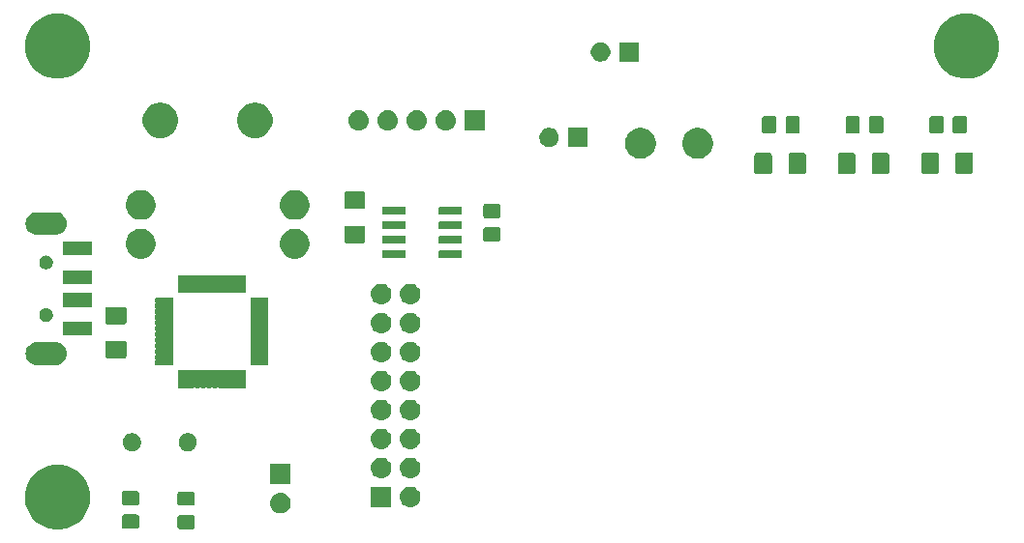
<source format=gbr>
G04 #@! TF.GenerationSoftware,KiCad,Pcbnew,(5.1.2)-1*
G04 #@! TF.CreationDate,2021-12-05T16:11:18-08:00*
G04 #@! TF.ProjectId,telemetry_receiver,74656c65-6d65-4747-9279-5f7265636569,rev?*
G04 #@! TF.SameCoordinates,Original*
G04 #@! TF.FileFunction,Soldermask,Top*
G04 #@! TF.FilePolarity,Negative*
%FSLAX46Y46*%
G04 Gerber Fmt 4.6, Leading zero omitted, Abs format (unit mm)*
G04 Created by KiCad (PCBNEW (5.1.2)-1) date 2021-12-05 16:11:18*
%MOMM*%
%LPD*%
G04 APERTURE LIST*
%ADD10C,0.100000*%
G04 APERTURE END LIST*
D10*
G36*
X93831606Y-109758562D02*
G01*
X94350455Y-109973476D01*
X94817407Y-110285484D01*
X95214516Y-110682593D01*
X95526524Y-111149545D01*
X95741438Y-111668394D01*
X95757118Y-111747222D01*
X95851000Y-112219200D01*
X95851000Y-112780800D01*
X95799442Y-113040000D01*
X95741438Y-113331606D01*
X95526524Y-113850455D01*
X95318906Y-114161177D01*
X95222571Y-114305353D01*
X95214516Y-114317407D01*
X94817407Y-114714516D01*
X94350455Y-115026524D01*
X93831606Y-115241438D01*
X93611699Y-115285180D01*
X93280800Y-115351000D01*
X92719200Y-115351000D01*
X92388301Y-115285180D01*
X92168394Y-115241438D01*
X91649545Y-115026524D01*
X91182593Y-114714516D01*
X90785484Y-114317407D01*
X90777430Y-114305353D01*
X90681094Y-114161177D01*
X90473476Y-113850455D01*
X90258562Y-113331606D01*
X90200558Y-113040000D01*
X90149000Y-112780800D01*
X90149000Y-112219200D01*
X90242882Y-111747222D01*
X90258562Y-111668394D01*
X90473476Y-111149545D01*
X90785484Y-110682593D01*
X91182593Y-110285484D01*
X91649545Y-109973476D01*
X92168394Y-109758562D01*
X92719200Y-109649000D01*
X93280800Y-109649000D01*
X93831606Y-109758562D01*
X93831606Y-109758562D01*
G37*
G36*
X104837214Y-114075745D02*
G01*
X104874907Y-114087179D01*
X104909643Y-114105746D01*
X104940088Y-114130732D01*
X104965074Y-114161177D01*
X104983641Y-114195913D01*
X104995075Y-114233606D01*
X104999540Y-114278941D01*
X104999540Y-115115619D01*
X104995075Y-115160954D01*
X104983641Y-115198647D01*
X104965074Y-115233383D01*
X104940088Y-115263828D01*
X104909643Y-115288814D01*
X104874907Y-115307381D01*
X104837214Y-115318815D01*
X104791879Y-115323280D01*
X103705201Y-115323280D01*
X103659866Y-115318815D01*
X103622173Y-115307381D01*
X103587437Y-115288814D01*
X103556992Y-115263828D01*
X103532006Y-115233383D01*
X103513439Y-115198647D01*
X103502005Y-115160954D01*
X103497540Y-115115619D01*
X103497540Y-114278941D01*
X103502005Y-114233606D01*
X103513439Y-114195913D01*
X103532006Y-114161177D01*
X103556992Y-114130732D01*
X103587437Y-114105746D01*
X103622173Y-114087179D01*
X103659866Y-114075745D01*
X103705201Y-114071280D01*
X104791879Y-114071280D01*
X104837214Y-114075745D01*
X104837214Y-114075745D01*
G37*
G36*
X99973114Y-114037645D02*
G01*
X100010807Y-114049079D01*
X100045543Y-114067646D01*
X100075988Y-114092632D01*
X100100974Y-114123077D01*
X100119541Y-114157813D01*
X100130975Y-114195506D01*
X100135440Y-114240841D01*
X100135440Y-115077519D01*
X100130975Y-115122854D01*
X100119541Y-115160547D01*
X100100974Y-115195283D01*
X100075988Y-115225728D01*
X100045543Y-115250714D01*
X100010807Y-115269281D01*
X99973114Y-115280715D01*
X99927779Y-115285180D01*
X98841101Y-115285180D01*
X98795766Y-115280715D01*
X98758073Y-115269281D01*
X98723337Y-115250714D01*
X98692892Y-115225728D01*
X98667906Y-115195283D01*
X98649339Y-115160547D01*
X98637905Y-115122854D01*
X98633440Y-115077519D01*
X98633440Y-114240841D01*
X98637905Y-114195506D01*
X98649339Y-114157813D01*
X98667906Y-114123077D01*
X98692892Y-114092632D01*
X98723337Y-114067646D01*
X98758073Y-114049079D01*
X98795766Y-114037645D01*
X98841101Y-114033180D01*
X99927779Y-114033180D01*
X99973114Y-114037645D01*
X99973114Y-114037645D01*
G37*
G36*
X112610316Y-112145506D02*
G01*
X112676627Y-112152037D01*
X112846466Y-112203557D01*
X113002991Y-112287222D01*
X113010583Y-112293453D01*
X113140186Y-112399814D01*
X113222405Y-112500000D01*
X113252778Y-112537009D01*
X113336443Y-112693534D01*
X113387963Y-112863373D01*
X113405359Y-113040000D01*
X113387963Y-113216627D01*
X113336443Y-113386466D01*
X113252778Y-113542991D01*
X113223448Y-113578729D01*
X113140186Y-113680186D01*
X113038729Y-113763448D01*
X113002991Y-113792778D01*
X113002989Y-113792779D01*
X112895090Y-113850453D01*
X112846466Y-113876443D01*
X112676627Y-113927963D01*
X112610442Y-113934482D01*
X112544260Y-113941000D01*
X112455740Y-113941000D01*
X112389558Y-113934482D01*
X112323373Y-113927963D01*
X112153534Y-113876443D01*
X112104911Y-113850453D01*
X111997011Y-113792779D01*
X111997009Y-113792778D01*
X111961271Y-113763448D01*
X111859814Y-113680186D01*
X111776552Y-113578729D01*
X111747222Y-113542991D01*
X111663557Y-113386466D01*
X111612037Y-113216627D01*
X111594641Y-113040000D01*
X111612037Y-112863373D01*
X111663557Y-112693534D01*
X111747222Y-112537009D01*
X111777595Y-112500000D01*
X111859814Y-112399814D01*
X111989417Y-112293453D01*
X111997009Y-112287222D01*
X112153534Y-112203557D01*
X112323373Y-112152037D01*
X112389684Y-112145506D01*
X112455740Y-112139000D01*
X112544260Y-112139000D01*
X112610316Y-112145506D01*
X112610316Y-112145506D01*
G37*
G36*
X122201000Y-113401000D02*
G01*
X120399000Y-113401000D01*
X120399000Y-111599000D01*
X122201000Y-111599000D01*
X122201000Y-113401000D01*
X122201000Y-113401000D01*
G37*
G36*
X123950443Y-111605519D02*
G01*
X124016627Y-111612037D01*
X124186466Y-111663557D01*
X124342991Y-111747222D01*
X124378729Y-111776552D01*
X124480186Y-111859814D01*
X124563448Y-111961271D01*
X124592778Y-111997009D01*
X124592779Y-111997011D01*
X124672370Y-112145913D01*
X124676443Y-112153534D01*
X124727963Y-112323373D01*
X124745359Y-112500000D01*
X124727963Y-112676627D01*
X124676443Y-112846466D01*
X124592778Y-113002991D01*
X124572648Y-113027519D01*
X124480186Y-113140186D01*
X124389679Y-113214462D01*
X124342991Y-113252778D01*
X124186466Y-113336443D01*
X124016627Y-113387963D01*
X123950442Y-113394482D01*
X123884260Y-113401000D01*
X123795740Y-113401000D01*
X123729558Y-113394482D01*
X123663373Y-113387963D01*
X123493534Y-113336443D01*
X123337009Y-113252778D01*
X123290321Y-113214462D01*
X123199814Y-113140186D01*
X123107352Y-113027519D01*
X123087222Y-113002991D01*
X123003557Y-112846466D01*
X122952037Y-112676627D01*
X122934641Y-112500000D01*
X122952037Y-112323373D01*
X123003557Y-112153534D01*
X123007631Y-112145913D01*
X123087221Y-111997011D01*
X123087222Y-111997009D01*
X123116552Y-111961271D01*
X123199814Y-111859814D01*
X123301271Y-111776552D01*
X123337009Y-111747222D01*
X123493534Y-111663557D01*
X123663373Y-111612037D01*
X123729557Y-111605519D01*
X123795740Y-111599000D01*
X123884260Y-111599000D01*
X123950443Y-111605519D01*
X123950443Y-111605519D01*
G37*
G36*
X104837214Y-112025745D02*
G01*
X104874907Y-112037179D01*
X104909643Y-112055746D01*
X104940088Y-112080732D01*
X104965074Y-112111177D01*
X104983641Y-112145913D01*
X104995075Y-112183606D01*
X104999540Y-112228941D01*
X104999540Y-113065619D01*
X104995075Y-113110954D01*
X104983641Y-113148647D01*
X104965074Y-113183383D01*
X104940088Y-113213828D01*
X104909643Y-113238814D01*
X104874907Y-113257381D01*
X104837214Y-113268815D01*
X104791879Y-113273280D01*
X103705201Y-113273280D01*
X103659866Y-113268815D01*
X103622173Y-113257381D01*
X103587437Y-113238814D01*
X103556992Y-113213828D01*
X103532006Y-113183383D01*
X103513439Y-113148647D01*
X103502005Y-113110954D01*
X103497540Y-113065619D01*
X103497540Y-112228941D01*
X103502005Y-112183606D01*
X103513439Y-112145913D01*
X103532006Y-112111177D01*
X103556992Y-112080732D01*
X103587437Y-112055746D01*
X103622173Y-112037179D01*
X103659866Y-112025745D01*
X103705201Y-112021280D01*
X104791879Y-112021280D01*
X104837214Y-112025745D01*
X104837214Y-112025745D01*
G37*
G36*
X99973114Y-111987645D02*
G01*
X100010807Y-111999079D01*
X100045543Y-112017646D01*
X100075988Y-112042632D01*
X100100974Y-112073077D01*
X100119541Y-112107813D01*
X100130975Y-112145506D01*
X100135440Y-112190841D01*
X100135440Y-113027519D01*
X100130975Y-113072854D01*
X100119541Y-113110547D01*
X100100974Y-113145283D01*
X100075988Y-113175728D01*
X100045543Y-113200714D01*
X100010807Y-113219281D01*
X99973114Y-113230715D01*
X99927779Y-113235180D01*
X98841101Y-113235180D01*
X98795766Y-113230715D01*
X98758073Y-113219281D01*
X98723337Y-113200714D01*
X98692892Y-113175728D01*
X98667906Y-113145283D01*
X98649339Y-113110547D01*
X98637905Y-113072854D01*
X98633440Y-113027519D01*
X98633440Y-112190841D01*
X98637905Y-112145506D01*
X98649339Y-112107813D01*
X98667906Y-112073077D01*
X98692892Y-112042632D01*
X98723337Y-112017646D01*
X98758073Y-111999079D01*
X98795766Y-111987645D01*
X98841101Y-111983180D01*
X99927779Y-111983180D01*
X99973114Y-111987645D01*
X99973114Y-111987645D01*
G37*
G36*
X113401000Y-111401000D02*
G01*
X111599000Y-111401000D01*
X111599000Y-109599000D01*
X113401000Y-109599000D01*
X113401000Y-111401000D01*
X113401000Y-111401000D01*
G37*
G36*
X123950443Y-109065519D02*
G01*
X124016627Y-109072037D01*
X124186466Y-109123557D01*
X124342991Y-109207222D01*
X124378729Y-109236552D01*
X124480186Y-109319814D01*
X124563448Y-109421271D01*
X124592778Y-109457009D01*
X124676443Y-109613534D01*
X124727963Y-109783373D01*
X124745359Y-109960000D01*
X124727963Y-110136627D01*
X124676443Y-110306466D01*
X124592778Y-110462991D01*
X124563448Y-110498729D01*
X124480186Y-110600186D01*
X124379771Y-110682593D01*
X124342991Y-110712778D01*
X124186466Y-110796443D01*
X124016627Y-110847963D01*
X123950443Y-110854481D01*
X123884260Y-110861000D01*
X123795740Y-110861000D01*
X123729557Y-110854481D01*
X123663373Y-110847963D01*
X123493534Y-110796443D01*
X123337009Y-110712778D01*
X123300229Y-110682593D01*
X123199814Y-110600186D01*
X123116552Y-110498729D01*
X123087222Y-110462991D01*
X123003557Y-110306466D01*
X122952037Y-110136627D01*
X122934641Y-109960000D01*
X122952037Y-109783373D01*
X123003557Y-109613534D01*
X123087222Y-109457009D01*
X123116552Y-109421271D01*
X123199814Y-109319814D01*
X123301271Y-109236552D01*
X123337009Y-109207222D01*
X123493534Y-109123557D01*
X123663373Y-109072037D01*
X123729557Y-109065519D01*
X123795740Y-109059000D01*
X123884260Y-109059000D01*
X123950443Y-109065519D01*
X123950443Y-109065519D01*
G37*
G36*
X121410443Y-109065519D02*
G01*
X121476627Y-109072037D01*
X121646466Y-109123557D01*
X121802991Y-109207222D01*
X121838729Y-109236552D01*
X121940186Y-109319814D01*
X122023448Y-109421271D01*
X122052778Y-109457009D01*
X122136443Y-109613534D01*
X122187963Y-109783373D01*
X122205359Y-109960000D01*
X122187963Y-110136627D01*
X122136443Y-110306466D01*
X122052778Y-110462991D01*
X122023448Y-110498729D01*
X121940186Y-110600186D01*
X121839771Y-110682593D01*
X121802991Y-110712778D01*
X121646466Y-110796443D01*
X121476627Y-110847963D01*
X121410443Y-110854481D01*
X121344260Y-110861000D01*
X121255740Y-110861000D01*
X121189557Y-110854481D01*
X121123373Y-110847963D01*
X120953534Y-110796443D01*
X120797009Y-110712778D01*
X120760229Y-110682593D01*
X120659814Y-110600186D01*
X120576552Y-110498729D01*
X120547222Y-110462991D01*
X120463557Y-110306466D01*
X120412037Y-110136627D01*
X120394641Y-109960000D01*
X120412037Y-109783373D01*
X120463557Y-109613534D01*
X120547222Y-109457009D01*
X120576552Y-109421271D01*
X120659814Y-109319814D01*
X120761271Y-109236552D01*
X120797009Y-109207222D01*
X120953534Y-109123557D01*
X121123373Y-109072037D01*
X121189557Y-109065519D01*
X121255740Y-109059000D01*
X121344260Y-109059000D01*
X121410443Y-109065519D01*
X121410443Y-109065519D01*
G37*
G36*
X104622542Y-106933061D02*
G01*
X104768314Y-106993442D01*
X104768316Y-106993443D01*
X104899508Y-107081102D01*
X105011078Y-107192672D01*
X105044955Y-107243373D01*
X105098738Y-107323866D01*
X105159119Y-107469638D01*
X105189900Y-107624387D01*
X105189900Y-107782173D01*
X105159119Y-107936922D01*
X105108061Y-108060186D01*
X105098737Y-108082696D01*
X105011078Y-108213888D01*
X104899508Y-108325458D01*
X104768316Y-108413117D01*
X104768315Y-108413118D01*
X104768314Y-108413118D01*
X104622542Y-108473499D01*
X104467793Y-108504280D01*
X104310007Y-108504280D01*
X104155258Y-108473499D01*
X104009486Y-108413118D01*
X104009485Y-108413118D01*
X104009484Y-108413117D01*
X103878292Y-108325458D01*
X103766722Y-108213888D01*
X103679063Y-108082696D01*
X103669739Y-108060186D01*
X103618681Y-107936922D01*
X103587900Y-107782173D01*
X103587900Y-107624387D01*
X103618681Y-107469638D01*
X103679062Y-107323866D01*
X103732845Y-107243373D01*
X103766722Y-107192672D01*
X103878292Y-107081102D01*
X104009484Y-106993443D01*
X104009486Y-106993442D01*
X104155258Y-106933061D01*
X104310007Y-106902280D01*
X104467793Y-106902280D01*
X104622542Y-106933061D01*
X104622542Y-106933061D01*
G37*
G36*
X99742542Y-106933061D02*
G01*
X99888314Y-106993442D01*
X99888316Y-106993443D01*
X100019508Y-107081102D01*
X100131078Y-107192672D01*
X100164955Y-107243373D01*
X100218738Y-107323866D01*
X100279119Y-107469638D01*
X100309900Y-107624387D01*
X100309900Y-107782173D01*
X100279119Y-107936922D01*
X100228061Y-108060186D01*
X100218737Y-108082696D01*
X100131078Y-108213888D01*
X100019508Y-108325458D01*
X99888316Y-108413117D01*
X99888315Y-108413118D01*
X99888314Y-108413118D01*
X99742542Y-108473499D01*
X99587793Y-108504280D01*
X99430007Y-108504280D01*
X99275258Y-108473499D01*
X99129486Y-108413118D01*
X99129485Y-108413118D01*
X99129484Y-108413117D01*
X98998292Y-108325458D01*
X98886722Y-108213888D01*
X98799063Y-108082696D01*
X98789739Y-108060186D01*
X98738681Y-107936922D01*
X98707900Y-107782173D01*
X98707900Y-107624387D01*
X98738681Y-107469638D01*
X98799062Y-107323866D01*
X98852845Y-107243373D01*
X98886722Y-107192672D01*
X98998292Y-107081102D01*
X99129484Y-106993443D01*
X99129486Y-106993442D01*
X99275258Y-106933061D01*
X99430007Y-106902280D01*
X99587793Y-106902280D01*
X99742542Y-106933061D01*
X99742542Y-106933061D01*
G37*
G36*
X121410442Y-106525518D02*
G01*
X121476627Y-106532037D01*
X121646466Y-106583557D01*
X121802991Y-106667222D01*
X121838729Y-106696552D01*
X121940186Y-106779814D01*
X122023448Y-106881271D01*
X122052778Y-106917009D01*
X122136443Y-107073534D01*
X122187963Y-107243373D01*
X122205359Y-107420000D01*
X122187963Y-107596627D01*
X122136443Y-107766466D01*
X122052778Y-107922991D01*
X122041345Y-107936922D01*
X121940186Y-108060186D01*
X121838729Y-108143448D01*
X121802991Y-108172778D01*
X121646466Y-108256443D01*
X121476627Y-108307963D01*
X121410443Y-108314481D01*
X121344260Y-108321000D01*
X121255740Y-108321000D01*
X121189557Y-108314481D01*
X121123373Y-108307963D01*
X120953534Y-108256443D01*
X120797009Y-108172778D01*
X120761271Y-108143448D01*
X120659814Y-108060186D01*
X120558655Y-107936922D01*
X120547222Y-107922991D01*
X120463557Y-107766466D01*
X120412037Y-107596627D01*
X120394641Y-107420000D01*
X120412037Y-107243373D01*
X120463557Y-107073534D01*
X120547222Y-106917009D01*
X120576552Y-106881271D01*
X120659814Y-106779814D01*
X120761271Y-106696552D01*
X120797009Y-106667222D01*
X120953534Y-106583557D01*
X121123373Y-106532037D01*
X121189558Y-106525518D01*
X121255740Y-106519000D01*
X121344260Y-106519000D01*
X121410442Y-106525518D01*
X121410442Y-106525518D01*
G37*
G36*
X123950442Y-106525518D02*
G01*
X124016627Y-106532037D01*
X124186466Y-106583557D01*
X124342991Y-106667222D01*
X124378729Y-106696552D01*
X124480186Y-106779814D01*
X124563448Y-106881271D01*
X124592778Y-106917009D01*
X124676443Y-107073534D01*
X124727963Y-107243373D01*
X124745359Y-107420000D01*
X124727963Y-107596627D01*
X124676443Y-107766466D01*
X124592778Y-107922991D01*
X124581345Y-107936922D01*
X124480186Y-108060186D01*
X124378729Y-108143448D01*
X124342991Y-108172778D01*
X124186466Y-108256443D01*
X124016627Y-108307963D01*
X123950443Y-108314481D01*
X123884260Y-108321000D01*
X123795740Y-108321000D01*
X123729557Y-108314481D01*
X123663373Y-108307963D01*
X123493534Y-108256443D01*
X123337009Y-108172778D01*
X123301271Y-108143448D01*
X123199814Y-108060186D01*
X123098655Y-107936922D01*
X123087222Y-107922991D01*
X123003557Y-107766466D01*
X122952037Y-107596627D01*
X122934641Y-107420000D01*
X122952037Y-107243373D01*
X123003557Y-107073534D01*
X123087222Y-106917009D01*
X123116552Y-106881271D01*
X123199814Y-106779814D01*
X123301271Y-106696552D01*
X123337009Y-106667222D01*
X123493534Y-106583557D01*
X123663373Y-106532037D01*
X123729558Y-106525518D01*
X123795740Y-106519000D01*
X123884260Y-106519000D01*
X123950442Y-106525518D01*
X123950442Y-106525518D01*
G37*
G36*
X123950442Y-103985518D02*
G01*
X124016627Y-103992037D01*
X124186466Y-104043557D01*
X124342991Y-104127222D01*
X124378729Y-104156552D01*
X124480186Y-104239814D01*
X124563448Y-104341271D01*
X124592778Y-104377009D01*
X124676443Y-104533534D01*
X124727963Y-104703373D01*
X124745359Y-104880000D01*
X124727963Y-105056627D01*
X124676443Y-105226466D01*
X124592778Y-105382991D01*
X124563448Y-105418729D01*
X124480186Y-105520186D01*
X124378729Y-105603448D01*
X124342991Y-105632778D01*
X124186466Y-105716443D01*
X124016627Y-105767963D01*
X123950443Y-105774481D01*
X123884260Y-105781000D01*
X123795740Y-105781000D01*
X123729557Y-105774481D01*
X123663373Y-105767963D01*
X123493534Y-105716443D01*
X123337009Y-105632778D01*
X123301271Y-105603448D01*
X123199814Y-105520186D01*
X123116552Y-105418729D01*
X123087222Y-105382991D01*
X123003557Y-105226466D01*
X122952037Y-105056627D01*
X122934641Y-104880000D01*
X122952037Y-104703373D01*
X123003557Y-104533534D01*
X123087222Y-104377009D01*
X123116552Y-104341271D01*
X123199814Y-104239814D01*
X123301271Y-104156552D01*
X123337009Y-104127222D01*
X123493534Y-104043557D01*
X123663373Y-103992037D01*
X123729558Y-103985518D01*
X123795740Y-103979000D01*
X123884260Y-103979000D01*
X123950442Y-103985518D01*
X123950442Y-103985518D01*
G37*
G36*
X121410442Y-103985518D02*
G01*
X121476627Y-103992037D01*
X121646466Y-104043557D01*
X121802991Y-104127222D01*
X121838729Y-104156552D01*
X121940186Y-104239814D01*
X122023448Y-104341271D01*
X122052778Y-104377009D01*
X122136443Y-104533534D01*
X122187963Y-104703373D01*
X122205359Y-104880000D01*
X122187963Y-105056627D01*
X122136443Y-105226466D01*
X122052778Y-105382991D01*
X122023448Y-105418729D01*
X121940186Y-105520186D01*
X121838729Y-105603448D01*
X121802991Y-105632778D01*
X121646466Y-105716443D01*
X121476627Y-105767963D01*
X121410443Y-105774481D01*
X121344260Y-105781000D01*
X121255740Y-105781000D01*
X121189557Y-105774481D01*
X121123373Y-105767963D01*
X120953534Y-105716443D01*
X120797009Y-105632778D01*
X120761271Y-105603448D01*
X120659814Y-105520186D01*
X120576552Y-105418729D01*
X120547222Y-105382991D01*
X120463557Y-105226466D01*
X120412037Y-105056627D01*
X120394641Y-104880000D01*
X120412037Y-104703373D01*
X120463557Y-104533534D01*
X120547222Y-104377009D01*
X120576552Y-104341271D01*
X120659814Y-104239814D01*
X120761271Y-104156552D01*
X120797009Y-104127222D01*
X120953534Y-104043557D01*
X121123373Y-103992037D01*
X121189558Y-103985518D01*
X121255740Y-103979000D01*
X121344260Y-103979000D01*
X121410442Y-103985518D01*
X121410442Y-103985518D01*
G37*
G36*
X123950443Y-101445519D02*
G01*
X124016627Y-101452037D01*
X124186466Y-101503557D01*
X124342991Y-101587222D01*
X124378729Y-101616552D01*
X124480186Y-101699814D01*
X124563448Y-101801271D01*
X124592778Y-101837009D01*
X124676443Y-101993534D01*
X124727963Y-102163373D01*
X124745359Y-102340000D01*
X124727963Y-102516627D01*
X124676443Y-102686466D01*
X124592778Y-102842991D01*
X124586615Y-102850500D01*
X124480186Y-102980186D01*
X124378729Y-103063448D01*
X124342991Y-103092778D01*
X124186466Y-103176443D01*
X124016627Y-103227963D01*
X123950443Y-103234481D01*
X123884260Y-103241000D01*
X123795740Y-103241000D01*
X123729557Y-103234481D01*
X123663373Y-103227963D01*
X123493534Y-103176443D01*
X123337009Y-103092778D01*
X123301271Y-103063448D01*
X123199814Y-102980186D01*
X123093385Y-102850500D01*
X123087222Y-102842991D01*
X123003557Y-102686466D01*
X122952037Y-102516627D01*
X122934641Y-102340000D01*
X122952037Y-102163373D01*
X123003557Y-101993534D01*
X123087222Y-101837009D01*
X123116552Y-101801271D01*
X123199814Y-101699814D01*
X123301271Y-101616552D01*
X123337009Y-101587222D01*
X123493534Y-101503557D01*
X123663373Y-101452037D01*
X123729557Y-101445519D01*
X123795740Y-101439000D01*
X123884260Y-101439000D01*
X123950443Y-101445519D01*
X123950443Y-101445519D01*
G37*
G36*
X121410443Y-101445519D02*
G01*
X121476627Y-101452037D01*
X121646466Y-101503557D01*
X121802991Y-101587222D01*
X121838729Y-101616552D01*
X121940186Y-101699814D01*
X122023448Y-101801271D01*
X122052778Y-101837009D01*
X122136443Y-101993534D01*
X122187963Y-102163373D01*
X122205359Y-102340000D01*
X122187963Y-102516627D01*
X122136443Y-102686466D01*
X122052778Y-102842991D01*
X122046615Y-102850500D01*
X121940186Y-102980186D01*
X121838729Y-103063448D01*
X121802991Y-103092778D01*
X121646466Y-103176443D01*
X121476627Y-103227963D01*
X121410443Y-103234481D01*
X121344260Y-103241000D01*
X121255740Y-103241000D01*
X121189557Y-103234481D01*
X121123373Y-103227963D01*
X120953534Y-103176443D01*
X120797009Y-103092778D01*
X120761271Y-103063448D01*
X120659814Y-102980186D01*
X120553385Y-102850500D01*
X120547222Y-102842991D01*
X120463557Y-102686466D01*
X120412037Y-102516627D01*
X120394641Y-102340000D01*
X120412037Y-102163373D01*
X120463557Y-101993534D01*
X120547222Y-101837009D01*
X120576552Y-101801271D01*
X120659814Y-101699814D01*
X120761271Y-101616552D01*
X120797009Y-101587222D01*
X120953534Y-101503557D01*
X121123373Y-101452037D01*
X121189557Y-101445519D01*
X121255740Y-101439000D01*
X121344260Y-101439000D01*
X121410443Y-101445519D01*
X121410443Y-101445519D01*
G37*
G36*
X103920295Y-101375323D02*
G01*
X103927309Y-101377451D01*
X103941077Y-101384810D01*
X103963716Y-101394187D01*
X103987749Y-101398967D01*
X104012253Y-101398967D01*
X104036286Y-101394186D01*
X104058923Y-101384810D01*
X104072691Y-101377451D01*
X104079705Y-101375323D01*
X104093140Y-101374000D01*
X104406860Y-101374000D01*
X104420295Y-101375323D01*
X104427309Y-101377451D01*
X104441077Y-101384810D01*
X104463716Y-101394187D01*
X104487749Y-101398967D01*
X104512253Y-101398967D01*
X104536286Y-101394186D01*
X104558923Y-101384810D01*
X104572691Y-101377451D01*
X104579705Y-101375323D01*
X104593140Y-101374000D01*
X104906860Y-101374000D01*
X104920295Y-101375323D01*
X104927309Y-101377451D01*
X104941077Y-101384810D01*
X104963716Y-101394187D01*
X104987749Y-101398967D01*
X105012253Y-101398967D01*
X105036286Y-101394186D01*
X105058923Y-101384810D01*
X105072691Y-101377451D01*
X105079705Y-101375323D01*
X105093140Y-101374000D01*
X105406860Y-101374000D01*
X105420295Y-101375323D01*
X105427309Y-101377451D01*
X105441077Y-101384810D01*
X105463716Y-101394187D01*
X105487749Y-101398967D01*
X105512253Y-101398967D01*
X105536286Y-101394186D01*
X105558923Y-101384810D01*
X105572691Y-101377451D01*
X105579705Y-101375323D01*
X105593140Y-101374000D01*
X105906860Y-101374000D01*
X105920295Y-101375323D01*
X105927309Y-101377451D01*
X105941077Y-101384810D01*
X105963716Y-101394187D01*
X105987749Y-101398967D01*
X106012253Y-101398967D01*
X106036286Y-101394186D01*
X106058923Y-101384810D01*
X106072691Y-101377451D01*
X106079705Y-101375323D01*
X106093140Y-101374000D01*
X106406860Y-101374000D01*
X106420295Y-101375323D01*
X106427309Y-101377451D01*
X106441077Y-101384810D01*
X106463716Y-101394187D01*
X106487749Y-101398967D01*
X106512253Y-101398967D01*
X106536286Y-101394186D01*
X106558923Y-101384810D01*
X106572691Y-101377451D01*
X106579705Y-101375323D01*
X106593140Y-101374000D01*
X106906860Y-101374000D01*
X106920295Y-101375323D01*
X106927309Y-101377451D01*
X106941077Y-101384810D01*
X106963716Y-101394187D01*
X106987749Y-101398967D01*
X107012253Y-101398967D01*
X107036286Y-101394186D01*
X107058923Y-101384810D01*
X107072691Y-101377451D01*
X107079705Y-101375323D01*
X107093140Y-101374000D01*
X107406860Y-101374000D01*
X107420295Y-101375323D01*
X107427309Y-101377451D01*
X107441077Y-101384810D01*
X107463716Y-101394187D01*
X107487749Y-101398967D01*
X107512253Y-101398967D01*
X107536286Y-101394186D01*
X107558923Y-101384810D01*
X107572691Y-101377451D01*
X107579705Y-101375323D01*
X107593140Y-101374000D01*
X107906860Y-101374000D01*
X107920295Y-101375323D01*
X107927309Y-101377451D01*
X107941077Y-101384810D01*
X107963716Y-101394187D01*
X107987749Y-101398967D01*
X108012253Y-101398967D01*
X108036286Y-101394186D01*
X108058923Y-101384810D01*
X108072691Y-101377451D01*
X108079705Y-101375323D01*
X108093140Y-101374000D01*
X108406860Y-101374000D01*
X108420295Y-101375323D01*
X108427309Y-101377451D01*
X108441077Y-101384810D01*
X108463716Y-101394187D01*
X108487749Y-101398967D01*
X108512253Y-101398967D01*
X108536286Y-101394186D01*
X108558923Y-101384810D01*
X108572691Y-101377451D01*
X108579705Y-101375323D01*
X108593140Y-101374000D01*
X108906860Y-101374000D01*
X108920295Y-101375323D01*
X108927309Y-101377451D01*
X108941077Y-101384810D01*
X108963716Y-101394187D01*
X108987749Y-101398967D01*
X109012253Y-101398967D01*
X109036286Y-101394186D01*
X109058923Y-101384810D01*
X109072691Y-101377451D01*
X109079705Y-101375323D01*
X109093140Y-101374000D01*
X109406860Y-101374000D01*
X109420295Y-101375323D01*
X109427310Y-101377451D01*
X109433776Y-101380908D01*
X109439442Y-101385558D01*
X109444092Y-101391224D01*
X109447549Y-101397690D01*
X109449677Y-101404705D01*
X109451000Y-101418140D01*
X109451000Y-102906860D01*
X109449677Y-102920295D01*
X109447549Y-102927310D01*
X109444092Y-102933776D01*
X109439442Y-102939442D01*
X109433776Y-102944092D01*
X109427310Y-102947549D01*
X109420295Y-102949677D01*
X109406860Y-102951000D01*
X109093140Y-102951000D01*
X109079705Y-102949677D01*
X109072691Y-102947549D01*
X109058923Y-102940190D01*
X109036284Y-102930813D01*
X109012251Y-102926033D01*
X108987747Y-102926033D01*
X108963714Y-102930814D01*
X108941077Y-102940190D01*
X108927309Y-102947549D01*
X108920295Y-102949677D01*
X108906860Y-102951000D01*
X108593140Y-102951000D01*
X108579705Y-102949677D01*
X108572691Y-102947549D01*
X108558923Y-102940190D01*
X108536284Y-102930813D01*
X108512251Y-102926033D01*
X108487747Y-102926033D01*
X108463714Y-102930814D01*
X108441077Y-102940190D01*
X108427309Y-102947549D01*
X108420295Y-102949677D01*
X108406860Y-102951000D01*
X108093140Y-102951000D01*
X108079705Y-102949677D01*
X108072691Y-102947549D01*
X108058923Y-102940190D01*
X108036284Y-102930813D01*
X108012251Y-102926033D01*
X107987747Y-102926033D01*
X107963714Y-102930814D01*
X107941077Y-102940190D01*
X107927309Y-102947549D01*
X107920295Y-102949677D01*
X107906860Y-102951000D01*
X107593140Y-102951000D01*
X107579705Y-102949677D01*
X107572691Y-102947549D01*
X107558923Y-102940190D01*
X107536284Y-102930813D01*
X107512251Y-102926033D01*
X107487747Y-102926033D01*
X107463714Y-102930814D01*
X107441077Y-102940190D01*
X107427309Y-102947549D01*
X107420295Y-102949677D01*
X107406860Y-102951000D01*
X107093140Y-102951000D01*
X107079705Y-102949677D01*
X107072691Y-102947549D01*
X107058923Y-102940190D01*
X107036284Y-102930813D01*
X107012251Y-102926033D01*
X106987747Y-102926033D01*
X106963714Y-102930814D01*
X106941077Y-102940190D01*
X106927309Y-102947549D01*
X106920295Y-102949677D01*
X106906860Y-102951000D01*
X106593140Y-102951000D01*
X106579705Y-102949677D01*
X106572691Y-102947549D01*
X106558923Y-102940190D01*
X106536284Y-102930813D01*
X106512251Y-102926033D01*
X106487747Y-102926033D01*
X106463714Y-102930814D01*
X106441077Y-102940190D01*
X106427309Y-102947549D01*
X106420295Y-102949677D01*
X106406860Y-102951000D01*
X106093140Y-102951000D01*
X106079705Y-102949677D01*
X106072691Y-102947549D01*
X106058923Y-102940190D01*
X106036284Y-102930813D01*
X106012251Y-102926033D01*
X105987747Y-102926033D01*
X105963714Y-102930814D01*
X105941077Y-102940190D01*
X105927309Y-102947549D01*
X105920295Y-102949677D01*
X105906860Y-102951000D01*
X105593140Y-102951000D01*
X105579705Y-102949677D01*
X105572691Y-102947549D01*
X105558923Y-102940190D01*
X105536284Y-102930813D01*
X105512251Y-102926033D01*
X105487747Y-102926033D01*
X105463714Y-102930814D01*
X105441077Y-102940190D01*
X105427309Y-102947549D01*
X105420295Y-102949677D01*
X105406860Y-102951000D01*
X105093140Y-102951000D01*
X105079705Y-102949677D01*
X105072691Y-102947549D01*
X105058923Y-102940190D01*
X105036284Y-102930813D01*
X105012251Y-102926033D01*
X104987747Y-102926033D01*
X104963714Y-102930814D01*
X104941077Y-102940190D01*
X104927309Y-102947549D01*
X104920295Y-102949677D01*
X104906860Y-102951000D01*
X104593140Y-102951000D01*
X104579705Y-102949677D01*
X104572691Y-102947549D01*
X104558923Y-102940190D01*
X104536284Y-102930813D01*
X104512251Y-102926033D01*
X104487747Y-102926033D01*
X104463714Y-102930814D01*
X104441077Y-102940190D01*
X104427309Y-102947549D01*
X104420295Y-102949677D01*
X104406860Y-102951000D01*
X104093140Y-102951000D01*
X104079705Y-102949677D01*
X104072691Y-102947549D01*
X104058923Y-102940190D01*
X104036284Y-102930813D01*
X104012251Y-102926033D01*
X103987747Y-102926033D01*
X103963714Y-102930814D01*
X103941077Y-102940190D01*
X103927309Y-102947549D01*
X103920295Y-102949677D01*
X103906860Y-102951000D01*
X103593140Y-102951000D01*
X103579705Y-102949677D01*
X103572690Y-102947549D01*
X103566224Y-102944092D01*
X103560558Y-102939442D01*
X103555908Y-102933776D01*
X103552451Y-102927310D01*
X103550323Y-102920295D01*
X103549000Y-102906860D01*
X103549000Y-101418140D01*
X103550323Y-101404705D01*
X103552451Y-101397690D01*
X103555908Y-101391224D01*
X103560558Y-101385558D01*
X103566224Y-101380908D01*
X103572690Y-101377451D01*
X103579705Y-101375323D01*
X103593140Y-101374000D01*
X103906860Y-101374000D01*
X103920295Y-101375323D01*
X103920295Y-101375323D01*
G37*
G36*
X111420295Y-95050323D02*
G01*
X111427310Y-95052451D01*
X111433776Y-95055908D01*
X111439442Y-95060558D01*
X111444092Y-95066224D01*
X111447549Y-95072690D01*
X111449677Y-95079705D01*
X111451000Y-95093140D01*
X111451000Y-95406860D01*
X111449677Y-95420295D01*
X111447549Y-95427309D01*
X111440190Y-95441077D01*
X111430813Y-95463716D01*
X111426033Y-95487749D01*
X111426033Y-95512253D01*
X111430814Y-95536286D01*
X111440190Y-95558923D01*
X111447549Y-95572691D01*
X111449677Y-95579705D01*
X111451000Y-95593140D01*
X111451000Y-95906860D01*
X111449677Y-95920295D01*
X111447549Y-95927309D01*
X111440190Y-95941077D01*
X111430813Y-95963716D01*
X111426033Y-95987749D01*
X111426033Y-96012253D01*
X111430814Y-96036286D01*
X111440190Y-96058923D01*
X111447549Y-96072691D01*
X111449677Y-96079705D01*
X111451000Y-96093140D01*
X111451000Y-96406860D01*
X111449677Y-96420295D01*
X111447549Y-96427309D01*
X111440190Y-96441077D01*
X111430813Y-96463716D01*
X111426033Y-96487749D01*
X111426033Y-96512253D01*
X111430814Y-96536286D01*
X111440190Y-96558923D01*
X111447549Y-96572691D01*
X111449677Y-96579705D01*
X111451000Y-96593140D01*
X111451000Y-96906860D01*
X111449677Y-96920295D01*
X111447549Y-96927309D01*
X111440190Y-96941077D01*
X111430813Y-96963716D01*
X111426033Y-96987749D01*
X111426033Y-97012253D01*
X111430814Y-97036286D01*
X111440190Y-97058923D01*
X111447549Y-97072691D01*
X111449677Y-97079705D01*
X111451000Y-97093140D01*
X111451000Y-97406860D01*
X111449677Y-97420295D01*
X111447549Y-97427309D01*
X111440190Y-97441077D01*
X111430813Y-97463716D01*
X111426033Y-97487749D01*
X111426033Y-97512253D01*
X111430814Y-97536286D01*
X111440190Y-97558923D01*
X111447549Y-97572691D01*
X111449677Y-97579705D01*
X111451000Y-97593140D01*
X111451000Y-97906860D01*
X111449677Y-97920295D01*
X111447549Y-97927309D01*
X111440190Y-97941077D01*
X111430813Y-97963716D01*
X111426033Y-97987749D01*
X111426033Y-98012253D01*
X111430814Y-98036286D01*
X111440190Y-98058923D01*
X111447549Y-98072691D01*
X111449677Y-98079705D01*
X111451000Y-98093140D01*
X111451000Y-98406860D01*
X111449677Y-98420295D01*
X111447549Y-98427309D01*
X111440190Y-98441077D01*
X111430813Y-98463716D01*
X111426033Y-98487749D01*
X111426033Y-98512253D01*
X111430814Y-98536286D01*
X111440190Y-98558923D01*
X111447549Y-98572691D01*
X111449677Y-98579705D01*
X111451000Y-98593140D01*
X111451000Y-98906860D01*
X111449677Y-98920295D01*
X111447549Y-98927309D01*
X111440190Y-98941077D01*
X111430813Y-98963716D01*
X111426033Y-98987749D01*
X111426033Y-99012253D01*
X111430814Y-99036286D01*
X111440190Y-99058923D01*
X111447549Y-99072691D01*
X111449677Y-99079705D01*
X111451000Y-99093140D01*
X111451000Y-99406860D01*
X111449677Y-99420295D01*
X111447549Y-99427309D01*
X111440190Y-99441077D01*
X111430813Y-99463716D01*
X111426033Y-99487749D01*
X111426033Y-99512253D01*
X111430814Y-99536286D01*
X111440190Y-99558923D01*
X111447549Y-99572691D01*
X111449677Y-99579705D01*
X111451000Y-99593140D01*
X111451000Y-99906860D01*
X111449677Y-99920295D01*
X111447549Y-99927309D01*
X111440190Y-99941077D01*
X111430813Y-99963716D01*
X111426033Y-99987749D01*
X111426033Y-100012253D01*
X111430814Y-100036286D01*
X111440190Y-100058923D01*
X111447549Y-100072691D01*
X111449677Y-100079705D01*
X111451000Y-100093140D01*
X111451000Y-100406860D01*
X111449677Y-100420295D01*
X111447549Y-100427309D01*
X111440190Y-100441077D01*
X111430813Y-100463716D01*
X111426033Y-100487749D01*
X111426033Y-100512253D01*
X111430814Y-100536286D01*
X111440190Y-100558923D01*
X111447549Y-100572691D01*
X111449677Y-100579705D01*
X111451000Y-100593140D01*
X111451000Y-100906860D01*
X111449677Y-100920295D01*
X111447549Y-100927310D01*
X111444092Y-100933776D01*
X111439442Y-100939442D01*
X111433776Y-100944092D01*
X111427310Y-100947549D01*
X111420295Y-100949677D01*
X111406860Y-100951000D01*
X109918140Y-100951000D01*
X109904705Y-100949677D01*
X109897690Y-100947549D01*
X109891224Y-100944092D01*
X109885558Y-100939442D01*
X109880908Y-100933776D01*
X109877451Y-100927310D01*
X109875323Y-100920295D01*
X109874000Y-100906860D01*
X109874000Y-100593140D01*
X109875323Y-100579705D01*
X109877451Y-100572691D01*
X109884810Y-100558923D01*
X109894187Y-100536284D01*
X109898967Y-100512251D01*
X109898967Y-100487747D01*
X109894186Y-100463714D01*
X109884810Y-100441077D01*
X109877451Y-100427309D01*
X109875323Y-100420295D01*
X109874000Y-100406860D01*
X109874000Y-100093140D01*
X109875323Y-100079705D01*
X109877451Y-100072691D01*
X109884810Y-100058923D01*
X109894187Y-100036284D01*
X109898967Y-100012251D01*
X109898967Y-99987747D01*
X109894186Y-99963714D01*
X109884810Y-99941077D01*
X109877451Y-99927309D01*
X109875323Y-99920295D01*
X109874000Y-99906860D01*
X109874000Y-99593140D01*
X109875323Y-99579705D01*
X109877451Y-99572691D01*
X109884810Y-99558923D01*
X109894187Y-99536284D01*
X109898967Y-99512251D01*
X109898967Y-99487747D01*
X109894186Y-99463714D01*
X109884810Y-99441077D01*
X109877451Y-99427309D01*
X109875323Y-99420295D01*
X109874000Y-99406860D01*
X109874000Y-99093140D01*
X109875323Y-99079705D01*
X109877451Y-99072691D01*
X109884810Y-99058923D01*
X109894187Y-99036284D01*
X109898967Y-99012251D01*
X109898967Y-98987747D01*
X109894186Y-98963714D01*
X109884810Y-98941077D01*
X109877451Y-98927309D01*
X109875323Y-98920295D01*
X109874000Y-98906860D01*
X109874000Y-98593140D01*
X109875323Y-98579705D01*
X109877451Y-98572691D01*
X109884810Y-98558923D01*
X109894187Y-98536284D01*
X109898967Y-98512251D01*
X109898967Y-98487747D01*
X109894186Y-98463714D01*
X109884810Y-98441077D01*
X109877451Y-98427309D01*
X109875323Y-98420295D01*
X109874000Y-98406860D01*
X109874000Y-98093140D01*
X109875323Y-98079705D01*
X109877451Y-98072691D01*
X109884810Y-98058923D01*
X109894187Y-98036284D01*
X109898967Y-98012251D01*
X109898967Y-97987747D01*
X109894186Y-97963714D01*
X109884810Y-97941077D01*
X109877451Y-97927309D01*
X109875323Y-97920295D01*
X109874000Y-97906860D01*
X109874000Y-97593140D01*
X109875323Y-97579705D01*
X109877451Y-97572691D01*
X109884810Y-97558923D01*
X109894187Y-97536284D01*
X109898967Y-97512251D01*
X109898967Y-97487747D01*
X109894186Y-97463714D01*
X109884810Y-97441077D01*
X109877451Y-97427309D01*
X109875323Y-97420295D01*
X109874000Y-97406860D01*
X109874000Y-97093140D01*
X109875323Y-97079705D01*
X109877451Y-97072691D01*
X109884810Y-97058923D01*
X109894187Y-97036284D01*
X109898967Y-97012251D01*
X109898967Y-96987747D01*
X109894186Y-96963714D01*
X109884810Y-96941077D01*
X109877451Y-96927309D01*
X109875323Y-96920295D01*
X109874000Y-96906860D01*
X109874000Y-96593140D01*
X109875323Y-96579705D01*
X109877451Y-96572691D01*
X109884810Y-96558923D01*
X109894187Y-96536284D01*
X109898967Y-96512251D01*
X109898967Y-96487747D01*
X109894186Y-96463714D01*
X109884810Y-96441077D01*
X109877451Y-96427309D01*
X109875323Y-96420295D01*
X109874000Y-96406860D01*
X109874000Y-96093140D01*
X109875323Y-96079705D01*
X109877451Y-96072691D01*
X109884810Y-96058923D01*
X109894187Y-96036284D01*
X109898967Y-96012251D01*
X109898967Y-95987747D01*
X109894186Y-95963714D01*
X109884810Y-95941077D01*
X109877451Y-95927309D01*
X109875323Y-95920295D01*
X109874000Y-95906860D01*
X109874000Y-95593140D01*
X109875323Y-95579705D01*
X109877451Y-95572691D01*
X109884810Y-95558923D01*
X109894187Y-95536284D01*
X109898967Y-95512251D01*
X109898967Y-95487747D01*
X109894186Y-95463714D01*
X109884810Y-95441077D01*
X109877451Y-95427309D01*
X109875323Y-95420295D01*
X109874000Y-95406860D01*
X109874000Y-95093140D01*
X109875323Y-95079705D01*
X109877451Y-95072690D01*
X109880908Y-95066224D01*
X109885558Y-95060558D01*
X109891224Y-95055908D01*
X109897690Y-95052451D01*
X109904705Y-95050323D01*
X109918140Y-95049000D01*
X111406860Y-95049000D01*
X111420295Y-95050323D01*
X111420295Y-95050323D01*
G37*
G36*
X103095295Y-95050323D02*
G01*
X103102310Y-95052451D01*
X103108776Y-95055908D01*
X103114442Y-95060558D01*
X103119092Y-95066224D01*
X103122549Y-95072690D01*
X103124677Y-95079705D01*
X103126000Y-95093140D01*
X103126000Y-95406860D01*
X103124677Y-95420295D01*
X103122549Y-95427309D01*
X103115190Y-95441077D01*
X103105813Y-95463716D01*
X103101033Y-95487749D01*
X103101033Y-95512253D01*
X103105814Y-95536286D01*
X103115190Y-95558923D01*
X103122549Y-95572691D01*
X103124677Y-95579705D01*
X103126000Y-95593140D01*
X103126000Y-95906860D01*
X103124677Y-95920295D01*
X103122549Y-95927309D01*
X103115190Y-95941077D01*
X103105813Y-95963716D01*
X103101033Y-95987749D01*
X103101033Y-96012253D01*
X103105814Y-96036286D01*
X103115190Y-96058923D01*
X103122549Y-96072691D01*
X103124677Y-96079705D01*
X103126000Y-96093140D01*
X103126000Y-96406860D01*
X103124677Y-96420295D01*
X103122549Y-96427309D01*
X103115190Y-96441077D01*
X103105813Y-96463716D01*
X103101033Y-96487749D01*
X103101033Y-96512253D01*
X103105814Y-96536286D01*
X103115190Y-96558923D01*
X103122549Y-96572691D01*
X103124677Y-96579705D01*
X103126000Y-96593140D01*
X103126000Y-96906860D01*
X103124677Y-96920295D01*
X103122549Y-96927309D01*
X103115190Y-96941077D01*
X103105813Y-96963716D01*
X103101033Y-96987749D01*
X103101033Y-97012253D01*
X103105814Y-97036286D01*
X103115190Y-97058923D01*
X103122549Y-97072691D01*
X103124677Y-97079705D01*
X103126000Y-97093140D01*
X103126000Y-97406860D01*
X103124677Y-97420295D01*
X103122549Y-97427309D01*
X103115190Y-97441077D01*
X103105813Y-97463716D01*
X103101033Y-97487749D01*
X103101033Y-97512253D01*
X103105814Y-97536286D01*
X103115190Y-97558923D01*
X103122549Y-97572691D01*
X103124677Y-97579705D01*
X103126000Y-97593140D01*
X103126000Y-97906860D01*
X103124677Y-97920295D01*
X103122549Y-97927309D01*
X103115190Y-97941077D01*
X103105813Y-97963716D01*
X103101033Y-97987749D01*
X103101033Y-98012253D01*
X103105814Y-98036286D01*
X103115190Y-98058923D01*
X103122549Y-98072691D01*
X103124677Y-98079705D01*
X103126000Y-98093140D01*
X103126000Y-98406860D01*
X103124677Y-98420295D01*
X103122549Y-98427309D01*
X103115190Y-98441077D01*
X103105813Y-98463716D01*
X103101033Y-98487749D01*
X103101033Y-98512253D01*
X103105814Y-98536286D01*
X103115190Y-98558923D01*
X103122549Y-98572691D01*
X103124677Y-98579705D01*
X103126000Y-98593140D01*
X103126000Y-98906860D01*
X103124677Y-98920295D01*
X103122549Y-98927309D01*
X103115190Y-98941077D01*
X103105813Y-98963716D01*
X103101033Y-98987749D01*
X103101033Y-99012253D01*
X103105814Y-99036286D01*
X103115190Y-99058923D01*
X103122549Y-99072691D01*
X103124677Y-99079705D01*
X103126000Y-99093140D01*
X103126000Y-99406860D01*
X103124677Y-99420295D01*
X103122549Y-99427309D01*
X103115190Y-99441077D01*
X103105813Y-99463716D01*
X103101033Y-99487749D01*
X103101033Y-99512253D01*
X103105814Y-99536286D01*
X103115190Y-99558923D01*
X103122549Y-99572691D01*
X103124677Y-99579705D01*
X103126000Y-99593140D01*
X103126000Y-99906860D01*
X103124677Y-99920295D01*
X103122549Y-99927309D01*
X103115190Y-99941077D01*
X103105813Y-99963716D01*
X103101033Y-99987749D01*
X103101033Y-100012253D01*
X103105814Y-100036286D01*
X103115190Y-100058923D01*
X103122549Y-100072691D01*
X103124677Y-100079705D01*
X103126000Y-100093140D01*
X103126000Y-100406860D01*
X103124677Y-100420295D01*
X103122549Y-100427309D01*
X103115190Y-100441077D01*
X103105813Y-100463716D01*
X103101033Y-100487749D01*
X103101033Y-100512253D01*
X103105814Y-100536286D01*
X103115190Y-100558923D01*
X103122549Y-100572691D01*
X103124677Y-100579705D01*
X103126000Y-100593140D01*
X103126000Y-100906860D01*
X103124677Y-100920295D01*
X103122549Y-100927310D01*
X103119092Y-100933776D01*
X103114442Y-100939442D01*
X103108776Y-100944092D01*
X103102310Y-100947549D01*
X103095295Y-100949677D01*
X103081860Y-100951000D01*
X101593140Y-100951000D01*
X101579705Y-100949677D01*
X101572690Y-100947549D01*
X101566224Y-100944092D01*
X101560558Y-100939442D01*
X101555908Y-100933776D01*
X101552451Y-100927310D01*
X101550323Y-100920295D01*
X101549000Y-100906860D01*
X101549000Y-100593140D01*
X101550323Y-100579705D01*
X101552451Y-100572691D01*
X101559810Y-100558923D01*
X101569187Y-100536284D01*
X101573967Y-100512251D01*
X101573967Y-100487747D01*
X101569186Y-100463714D01*
X101559810Y-100441077D01*
X101552451Y-100427309D01*
X101550323Y-100420295D01*
X101549000Y-100406860D01*
X101549000Y-100093140D01*
X101550323Y-100079705D01*
X101552451Y-100072691D01*
X101559810Y-100058923D01*
X101569187Y-100036284D01*
X101573967Y-100012251D01*
X101573967Y-99987747D01*
X101569186Y-99963714D01*
X101559810Y-99941077D01*
X101552451Y-99927309D01*
X101550323Y-99920295D01*
X101549000Y-99906860D01*
X101549000Y-99593140D01*
X101550323Y-99579705D01*
X101552451Y-99572691D01*
X101559810Y-99558923D01*
X101569187Y-99536284D01*
X101573967Y-99512251D01*
X101573967Y-99487747D01*
X101569186Y-99463714D01*
X101559810Y-99441077D01*
X101552451Y-99427309D01*
X101550323Y-99420295D01*
X101549000Y-99406860D01*
X101549000Y-99093140D01*
X101550323Y-99079705D01*
X101552451Y-99072691D01*
X101559810Y-99058923D01*
X101569187Y-99036284D01*
X101573967Y-99012251D01*
X101573967Y-98987747D01*
X101569186Y-98963714D01*
X101559810Y-98941077D01*
X101552451Y-98927309D01*
X101550323Y-98920295D01*
X101549000Y-98906860D01*
X101549000Y-98593140D01*
X101550323Y-98579705D01*
X101552451Y-98572691D01*
X101559810Y-98558923D01*
X101569187Y-98536284D01*
X101573967Y-98512251D01*
X101573967Y-98487747D01*
X101569186Y-98463714D01*
X101559810Y-98441077D01*
X101552451Y-98427309D01*
X101550323Y-98420295D01*
X101549000Y-98406860D01*
X101549000Y-98093140D01*
X101550323Y-98079705D01*
X101552451Y-98072691D01*
X101559810Y-98058923D01*
X101569187Y-98036284D01*
X101573967Y-98012251D01*
X101573967Y-97987747D01*
X101569186Y-97963714D01*
X101559810Y-97941077D01*
X101552451Y-97927309D01*
X101550323Y-97920295D01*
X101549000Y-97906860D01*
X101549000Y-97593140D01*
X101550323Y-97579705D01*
X101552451Y-97572691D01*
X101559810Y-97558923D01*
X101569187Y-97536284D01*
X101573967Y-97512251D01*
X101573967Y-97487747D01*
X101569186Y-97463714D01*
X101559810Y-97441077D01*
X101552451Y-97427309D01*
X101550323Y-97420295D01*
X101549000Y-97406860D01*
X101549000Y-97093140D01*
X101550323Y-97079705D01*
X101552451Y-97072691D01*
X101559810Y-97058923D01*
X101569187Y-97036284D01*
X101573967Y-97012251D01*
X101573967Y-96987747D01*
X101569186Y-96963714D01*
X101559810Y-96941077D01*
X101552451Y-96927309D01*
X101550323Y-96920295D01*
X101549000Y-96906860D01*
X101549000Y-96593140D01*
X101550323Y-96579705D01*
X101552451Y-96572691D01*
X101559810Y-96558923D01*
X101569187Y-96536284D01*
X101573967Y-96512251D01*
X101573967Y-96487747D01*
X101569186Y-96463714D01*
X101559810Y-96441077D01*
X101552451Y-96427309D01*
X101550323Y-96420295D01*
X101549000Y-96406860D01*
X101549000Y-96093140D01*
X101550323Y-96079705D01*
X101552451Y-96072691D01*
X101559810Y-96058923D01*
X101569187Y-96036284D01*
X101573967Y-96012251D01*
X101573967Y-95987747D01*
X101569186Y-95963714D01*
X101559810Y-95941077D01*
X101552451Y-95927309D01*
X101550323Y-95920295D01*
X101549000Y-95906860D01*
X101549000Y-95593140D01*
X101550323Y-95579705D01*
X101552451Y-95572691D01*
X101559810Y-95558923D01*
X101569187Y-95536284D01*
X101573967Y-95512251D01*
X101573967Y-95487747D01*
X101569186Y-95463714D01*
X101559810Y-95441077D01*
X101552451Y-95427309D01*
X101550323Y-95420295D01*
X101549000Y-95406860D01*
X101549000Y-95093140D01*
X101550323Y-95079705D01*
X101552451Y-95072690D01*
X101555908Y-95066224D01*
X101560558Y-95060558D01*
X101566224Y-95055908D01*
X101572690Y-95052451D01*
X101579705Y-95050323D01*
X101593140Y-95049000D01*
X103081860Y-95049000D01*
X103095295Y-95050323D01*
X103095295Y-95050323D01*
G37*
G36*
X92996388Y-98952563D02*
G01*
X93185082Y-99009803D01*
X93358975Y-99102751D01*
X93511399Y-99227841D01*
X93636489Y-99380265D01*
X93729437Y-99554158D01*
X93729438Y-99554161D01*
X93733010Y-99565937D01*
X93786677Y-99742852D01*
X93806003Y-99939080D01*
X93786677Y-100135308D01*
X93729437Y-100324002D01*
X93636489Y-100497895D01*
X93511399Y-100650319D01*
X93358975Y-100775409D01*
X93185082Y-100868357D01*
X92996388Y-100925597D01*
X92849335Y-100940080D01*
X91150985Y-100940080D01*
X91003932Y-100925597D01*
X90815238Y-100868357D01*
X90641345Y-100775409D01*
X90488921Y-100650319D01*
X90363831Y-100497895D01*
X90270883Y-100324002D01*
X90213643Y-100135308D01*
X90194317Y-99939080D01*
X90213643Y-99742852D01*
X90267310Y-99565937D01*
X90270882Y-99554161D01*
X90270883Y-99554158D01*
X90363831Y-99380265D01*
X90488921Y-99227841D01*
X90641345Y-99102751D01*
X90815238Y-99009803D01*
X91003932Y-98952563D01*
X91150985Y-98938080D01*
X92849335Y-98938080D01*
X92996388Y-98952563D01*
X92996388Y-98952563D01*
G37*
G36*
X123950442Y-98905518D02*
G01*
X124016627Y-98912037D01*
X124186466Y-98963557D01*
X124186468Y-98963558D01*
X124211384Y-98976876D01*
X124342991Y-99047222D01*
X124365795Y-99065937D01*
X124480186Y-99159814D01*
X124536013Y-99227841D01*
X124592778Y-99297009D01*
X124592779Y-99297011D01*
X124671000Y-99443350D01*
X124676443Y-99453534D01*
X124727963Y-99623373D01*
X124745359Y-99800000D01*
X124727963Y-99976627D01*
X124676443Y-100146466D01*
X124592778Y-100302991D01*
X124567861Y-100333352D01*
X124480186Y-100440186D01*
X124392373Y-100512251D01*
X124342991Y-100552778D01*
X124186466Y-100636443D01*
X124016627Y-100687963D01*
X123950443Y-100694481D01*
X123884260Y-100701000D01*
X123795740Y-100701000D01*
X123729557Y-100694481D01*
X123663373Y-100687963D01*
X123493534Y-100636443D01*
X123337009Y-100552778D01*
X123287627Y-100512251D01*
X123199814Y-100440186D01*
X123112139Y-100333352D01*
X123087222Y-100302991D01*
X123003557Y-100146466D01*
X122952037Y-99976627D01*
X122934641Y-99800000D01*
X122952037Y-99623373D01*
X123003557Y-99453534D01*
X123009001Y-99443350D01*
X123087221Y-99297011D01*
X123087222Y-99297009D01*
X123143987Y-99227841D01*
X123199814Y-99159814D01*
X123314205Y-99065937D01*
X123337009Y-99047222D01*
X123468616Y-98976876D01*
X123493532Y-98963558D01*
X123493534Y-98963557D01*
X123663373Y-98912037D01*
X123729558Y-98905518D01*
X123795740Y-98899000D01*
X123884260Y-98899000D01*
X123950442Y-98905518D01*
X123950442Y-98905518D01*
G37*
G36*
X121410442Y-98905518D02*
G01*
X121476627Y-98912037D01*
X121646466Y-98963557D01*
X121646468Y-98963558D01*
X121671384Y-98976876D01*
X121802991Y-99047222D01*
X121825795Y-99065937D01*
X121940186Y-99159814D01*
X121996013Y-99227841D01*
X122052778Y-99297009D01*
X122052779Y-99297011D01*
X122131000Y-99443350D01*
X122136443Y-99453534D01*
X122187963Y-99623373D01*
X122205359Y-99800000D01*
X122187963Y-99976627D01*
X122136443Y-100146466D01*
X122052778Y-100302991D01*
X122027861Y-100333352D01*
X121940186Y-100440186D01*
X121852373Y-100512251D01*
X121802991Y-100552778D01*
X121646466Y-100636443D01*
X121476627Y-100687963D01*
X121410443Y-100694481D01*
X121344260Y-100701000D01*
X121255740Y-100701000D01*
X121189557Y-100694481D01*
X121123373Y-100687963D01*
X120953534Y-100636443D01*
X120797009Y-100552778D01*
X120747627Y-100512251D01*
X120659814Y-100440186D01*
X120572139Y-100333352D01*
X120547222Y-100302991D01*
X120463557Y-100146466D01*
X120412037Y-99976627D01*
X120394641Y-99800000D01*
X120412037Y-99623373D01*
X120463557Y-99453534D01*
X120469001Y-99443350D01*
X120547221Y-99297011D01*
X120547222Y-99297009D01*
X120603987Y-99227841D01*
X120659814Y-99159814D01*
X120774205Y-99065937D01*
X120797009Y-99047222D01*
X120928616Y-98976876D01*
X120953532Y-98963558D01*
X120953534Y-98963557D01*
X121123373Y-98912037D01*
X121189558Y-98905518D01*
X121255740Y-98899000D01*
X121344260Y-98899000D01*
X121410442Y-98905518D01*
X121410442Y-98905518D01*
G37*
G36*
X98875562Y-98815681D02*
G01*
X98910481Y-98826274D01*
X98942663Y-98843476D01*
X98970873Y-98866627D01*
X98994024Y-98894837D01*
X99011226Y-98927019D01*
X99021819Y-98961938D01*
X99026000Y-99004395D01*
X99026000Y-100145605D01*
X99021819Y-100188062D01*
X99011226Y-100222981D01*
X98994024Y-100255163D01*
X98970873Y-100283373D01*
X98942663Y-100306524D01*
X98910481Y-100323726D01*
X98875562Y-100334319D01*
X98833105Y-100338500D01*
X97366895Y-100338500D01*
X97324438Y-100334319D01*
X97289519Y-100323726D01*
X97257337Y-100306524D01*
X97229127Y-100283373D01*
X97205976Y-100255163D01*
X97188774Y-100222981D01*
X97178181Y-100188062D01*
X97174000Y-100145605D01*
X97174000Y-99004395D01*
X97178181Y-98961938D01*
X97188774Y-98927019D01*
X97205976Y-98894837D01*
X97229127Y-98866627D01*
X97257337Y-98843476D01*
X97289519Y-98826274D01*
X97324438Y-98815681D01*
X97366895Y-98811500D01*
X98833105Y-98811500D01*
X98875562Y-98815681D01*
X98875562Y-98815681D01*
G37*
G36*
X96051160Y-98340080D02*
G01*
X93449160Y-98340080D01*
X93449160Y-97138080D01*
X96051160Y-97138080D01*
X96051160Y-98340080D01*
X96051160Y-98340080D01*
G37*
G36*
X121410443Y-96365519D02*
G01*
X121476627Y-96372037D01*
X121646466Y-96423557D01*
X121646468Y-96423558D01*
X121666121Y-96434063D01*
X121802991Y-96507222D01*
X121809121Y-96512253D01*
X121940186Y-96619814D01*
X122017796Y-96714384D01*
X122052778Y-96757009D01*
X122136443Y-96913534D01*
X122187963Y-97083373D01*
X122205359Y-97260000D01*
X122187963Y-97436627D01*
X122136443Y-97606466D01*
X122052778Y-97762991D01*
X122023448Y-97798729D01*
X121940186Y-97900186D01*
X121862773Y-97963716D01*
X121802991Y-98012778D01*
X121802989Y-98012779D01*
X121652646Y-98093140D01*
X121646466Y-98096443D01*
X121476627Y-98147963D01*
X121410443Y-98154481D01*
X121344260Y-98161000D01*
X121255740Y-98161000D01*
X121189558Y-98154482D01*
X121123373Y-98147963D01*
X120953534Y-98096443D01*
X120947355Y-98093140D01*
X120797011Y-98012779D01*
X120797009Y-98012778D01*
X120737227Y-97963716D01*
X120659814Y-97900186D01*
X120576552Y-97798729D01*
X120547222Y-97762991D01*
X120463557Y-97606466D01*
X120412037Y-97436627D01*
X120394641Y-97260000D01*
X120412037Y-97083373D01*
X120463557Y-96913534D01*
X120547222Y-96757009D01*
X120582204Y-96714384D01*
X120659814Y-96619814D01*
X120790879Y-96512253D01*
X120797009Y-96507222D01*
X120933879Y-96434063D01*
X120953532Y-96423558D01*
X120953534Y-96423557D01*
X121123373Y-96372037D01*
X121189557Y-96365519D01*
X121255740Y-96359000D01*
X121344260Y-96359000D01*
X121410443Y-96365519D01*
X121410443Y-96365519D01*
G37*
G36*
X123950443Y-96365519D02*
G01*
X124016627Y-96372037D01*
X124186466Y-96423557D01*
X124186468Y-96423558D01*
X124206121Y-96434063D01*
X124342991Y-96507222D01*
X124349121Y-96512253D01*
X124480186Y-96619814D01*
X124557796Y-96714384D01*
X124592778Y-96757009D01*
X124676443Y-96913534D01*
X124727963Y-97083373D01*
X124745359Y-97260000D01*
X124727963Y-97436627D01*
X124676443Y-97606466D01*
X124592778Y-97762991D01*
X124563448Y-97798729D01*
X124480186Y-97900186D01*
X124402773Y-97963716D01*
X124342991Y-98012778D01*
X124342989Y-98012779D01*
X124192646Y-98093140D01*
X124186466Y-98096443D01*
X124016627Y-98147963D01*
X123950443Y-98154481D01*
X123884260Y-98161000D01*
X123795740Y-98161000D01*
X123729558Y-98154482D01*
X123663373Y-98147963D01*
X123493534Y-98096443D01*
X123487355Y-98093140D01*
X123337011Y-98012779D01*
X123337009Y-98012778D01*
X123277227Y-97963716D01*
X123199814Y-97900186D01*
X123116552Y-97798729D01*
X123087222Y-97762991D01*
X123003557Y-97606466D01*
X122952037Y-97436627D01*
X122934641Y-97260000D01*
X122952037Y-97083373D01*
X123003557Y-96913534D01*
X123087222Y-96757009D01*
X123122204Y-96714384D01*
X123199814Y-96619814D01*
X123330879Y-96512253D01*
X123337009Y-96507222D01*
X123473879Y-96434063D01*
X123493532Y-96423558D01*
X123493534Y-96423557D01*
X123663373Y-96372037D01*
X123729557Y-96365519D01*
X123795740Y-96359000D01*
X123884260Y-96359000D01*
X123950443Y-96365519D01*
X123950443Y-96365519D01*
G37*
G36*
X98875562Y-95840681D02*
G01*
X98910481Y-95851274D01*
X98942663Y-95868476D01*
X98970873Y-95891627D01*
X98994024Y-95919837D01*
X99011226Y-95952019D01*
X99021819Y-95986938D01*
X99026000Y-96029395D01*
X99026000Y-97170605D01*
X99021819Y-97213062D01*
X99011226Y-97247981D01*
X98994024Y-97280163D01*
X98970873Y-97308373D01*
X98942663Y-97331524D01*
X98910481Y-97348726D01*
X98875562Y-97359319D01*
X98833105Y-97363500D01*
X97366895Y-97363500D01*
X97324438Y-97359319D01*
X97289519Y-97348726D01*
X97257337Y-97331524D01*
X97229127Y-97308373D01*
X97205976Y-97280163D01*
X97188774Y-97247981D01*
X97178181Y-97213062D01*
X97174000Y-97170605D01*
X97174000Y-96029395D01*
X97178181Y-95986938D01*
X97188774Y-95952019D01*
X97205976Y-95919837D01*
X97229127Y-95891627D01*
X97257337Y-95868476D01*
X97289519Y-95851274D01*
X97324438Y-95840681D01*
X97366895Y-95836500D01*
X98833105Y-95836500D01*
X98875562Y-95840681D01*
X98875562Y-95840681D01*
G37*
G36*
X92136761Y-95953477D02*
G01*
X92175465Y-95961176D01*
X92207500Y-95974445D01*
X92284840Y-96006480D01*
X92383275Y-96072253D01*
X92466987Y-96155965D01*
X92532760Y-96254400D01*
X92564795Y-96331740D01*
X92578064Y-96363775D01*
X92579707Y-96372037D01*
X92601160Y-96479885D01*
X92601160Y-96598275D01*
X92578064Y-96714384D01*
X92532760Y-96823760D01*
X92466987Y-96922195D01*
X92383275Y-97005907D01*
X92284840Y-97071680D01*
X92207500Y-97103715D01*
X92175465Y-97116984D01*
X92136761Y-97124683D01*
X92059355Y-97140080D01*
X91940965Y-97140080D01*
X91863559Y-97124683D01*
X91824855Y-97116984D01*
X91792820Y-97103715D01*
X91715480Y-97071680D01*
X91617045Y-97005907D01*
X91533333Y-96922195D01*
X91467560Y-96823760D01*
X91422256Y-96714384D01*
X91399160Y-96598275D01*
X91399160Y-96479885D01*
X91420613Y-96372037D01*
X91422256Y-96363775D01*
X91435525Y-96331740D01*
X91467560Y-96254400D01*
X91533333Y-96155965D01*
X91617045Y-96072253D01*
X91715480Y-96006480D01*
X91792820Y-95974445D01*
X91824855Y-95961176D01*
X91863559Y-95953477D01*
X91940965Y-95938080D01*
X92059355Y-95938080D01*
X92136761Y-95953477D01*
X92136761Y-95953477D01*
G37*
G36*
X96051160Y-95840080D02*
G01*
X93449160Y-95840080D01*
X93449160Y-94638080D01*
X96051160Y-94638080D01*
X96051160Y-95840080D01*
X96051160Y-95840080D01*
G37*
G36*
X123950442Y-93825518D02*
G01*
X124016627Y-93832037D01*
X124186466Y-93883557D01*
X124342991Y-93967222D01*
X124378729Y-93996552D01*
X124480186Y-94079814D01*
X124563448Y-94181271D01*
X124592778Y-94217009D01*
X124676443Y-94373534D01*
X124727963Y-94543373D01*
X124745359Y-94720000D01*
X124727963Y-94896627D01*
X124676443Y-95066466D01*
X124592778Y-95222991D01*
X124563448Y-95258729D01*
X124480186Y-95360186D01*
X124398395Y-95427309D01*
X124342991Y-95472778D01*
X124186466Y-95556443D01*
X124016627Y-95607963D01*
X123950442Y-95614482D01*
X123884260Y-95621000D01*
X123795740Y-95621000D01*
X123729558Y-95614482D01*
X123663373Y-95607963D01*
X123493534Y-95556443D01*
X123337009Y-95472778D01*
X123281605Y-95427309D01*
X123199814Y-95360186D01*
X123116552Y-95258729D01*
X123087222Y-95222991D01*
X123003557Y-95066466D01*
X122952037Y-94896627D01*
X122934641Y-94720000D01*
X122952037Y-94543373D01*
X123003557Y-94373534D01*
X123087222Y-94217009D01*
X123116552Y-94181271D01*
X123199814Y-94079814D01*
X123301271Y-93996552D01*
X123337009Y-93967222D01*
X123493534Y-93883557D01*
X123663373Y-93832037D01*
X123729558Y-93825518D01*
X123795740Y-93819000D01*
X123884260Y-93819000D01*
X123950442Y-93825518D01*
X123950442Y-93825518D01*
G37*
G36*
X121410442Y-93825518D02*
G01*
X121476627Y-93832037D01*
X121646466Y-93883557D01*
X121802991Y-93967222D01*
X121838729Y-93996552D01*
X121940186Y-94079814D01*
X122023448Y-94181271D01*
X122052778Y-94217009D01*
X122136443Y-94373534D01*
X122187963Y-94543373D01*
X122205359Y-94720000D01*
X122187963Y-94896627D01*
X122136443Y-95066466D01*
X122052778Y-95222991D01*
X122023448Y-95258729D01*
X121940186Y-95360186D01*
X121858395Y-95427309D01*
X121802991Y-95472778D01*
X121646466Y-95556443D01*
X121476627Y-95607963D01*
X121410442Y-95614482D01*
X121344260Y-95621000D01*
X121255740Y-95621000D01*
X121189558Y-95614482D01*
X121123373Y-95607963D01*
X120953534Y-95556443D01*
X120797009Y-95472778D01*
X120741605Y-95427309D01*
X120659814Y-95360186D01*
X120576552Y-95258729D01*
X120547222Y-95222991D01*
X120463557Y-95066466D01*
X120412037Y-94896627D01*
X120394641Y-94720000D01*
X120412037Y-94543373D01*
X120463557Y-94373534D01*
X120547222Y-94217009D01*
X120576552Y-94181271D01*
X120659814Y-94079814D01*
X120761271Y-93996552D01*
X120797009Y-93967222D01*
X120953534Y-93883557D01*
X121123373Y-93832037D01*
X121189558Y-93825518D01*
X121255740Y-93819000D01*
X121344260Y-93819000D01*
X121410442Y-93825518D01*
X121410442Y-93825518D01*
G37*
G36*
X103920295Y-93050323D02*
G01*
X103927309Y-93052451D01*
X103941077Y-93059810D01*
X103963716Y-93069187D01*
X103987749Y-93073967D01*
X104012253Y-93073967D01*
X104036286Y-93069186D01*
X104058923Y-93059810D01*
X104072691Y-93052451D01*
X104079705Y-93050323D01*
X104093140Y-93049000D01*
X104406860Y-93049000D01*
X104420295Y-93050323D01*
X104427309Y-93052451D01*
X104441077Y-93059810D01*
X104463716Y-93069187D01*
X104487749Y-93073967D01*
X104512253Y-93073967D01*
X104536286Y-93069186D01*
X104558923Y-93059810D01*
X104572691Y-93052451D01*
X104579705Y-93050323D01*
X104593140Y-93049000D01*
X104906860Y-93049000D01*
X104920295Y-93050323D01*
X104927309Y-93052451D01*
X104941077Y-93059810D01*
X104963716Y-93069187D01*
X104987749Y-93073967D01*
X105012253Y-93073967D01*
X105036286Y-93069186D01*
X105058923Y-93059810D01*
X105072691Y-93052451D01*
X105079705Y-93050323D01*
X105093140Y-93049000D01*
X105406860Y-93049000D01*
X105420295Y-93050323D01*
X105427309Y-93052451D01*
X105441077Y-93059810D01*
X105463716Y-93069187D01*
X105487749Y-93073967D01*
X105512253Y-93073967D01*
X105536286Y-93069186D01*
X105558923Y-93059810D01*
X105572691Y-93052451D01*
X105579705Y-93050323D01*
X105593140Y-93049000D01*
X105906860Y-93049000D01*
X105920295Y-93050323D01*
X105927309Y-93052451D01*
X105941077Y-93059810D01*
X105963716Y-93069187D01*
X105987749Y-93073967D01*
X106012253Y-93073967D01*
X106036286Y-93069186D01*
X106058923Y-93059810D01*
X106072691Y-93052451D01*
X106079705Y-93050323D01*
X106093140Y-93049000D01*
X106406860Y-93049000D01*
X106420295Y-93050323D01*
X106427309Y-93052451D01*
X106441077Y-93059810D01*
X106463716Y-93069187D01*
X106487749Y-93073967D01*
X106512253Y-93073967D01*
X106536286Y-93069186D01*
X106558923Y-93059810D01*
X106572691Y-93052451D01*
X106579705Y-93050323D01*
X106593140Y-93049000D01*
X106906860Y-93049000D01*
X106920295Y-93050323D01*
X106927309Y-93052451D01*
X106941077Y-93059810D01*
X106963716Y-93069187D01*
X106987749Y-93073967D01*
X107012253Y-93073967D01*
X107036286Y-93069186D01*
X107058923Y-93059810D01*
X107072691Y-93052451D01*
X107079705Y-93050323D01*
X107093140Y-93049000D01*
X107406860Y-93049000D01*
X107420295Y-93050323D01*
X107427309Y-93052451D01*
X107441077Y-93059810D01*
X107463716Y-93069187D01*
X107487749Y-93073967D01*
X107512253Y-93073967D01*
X107536286Y-93069186D01*
X107558923Y-93059810D01*
X107572691Y-93052451D01*
X107579705Y-93050323D01*
X107593140Y-93049000D01*
X107906860Y-93049000D01*
X107920295Y-93050323D01*
X107927309Y-93052451D01*
X107941077Y-93059810D01*
X107963716Y-93069187D01*
X107987749Y-93073967D01*
X108012253Y-93073967D01*
X108036286Y-93069186D01*
X108058923Y-93059810D01*
X108072691Y-93052451D01*
X108079705Y-93050323D01*
X108093140Y-93049000D01*
X108406860Y-93049000D01*
X108420295Y-93050323D01*
X108427309Y-93052451D01*
X108441077Y-93059810D01*
X108463716Y-93069187D01*
X108487749Y-93073967D01*
X108512253Y-93073967D01*
X108536286Y-93069186D01*
X108558923Y-93059810D01*
X108572691Y-93052451D01*
X108579705Y-93050323D01*
X108593140Y-93049000D01*
X108906860Y-93049000D01*
X108920295Y-93050323D01*
X108927309Y-93052451D01*
X108941077Y-93059810D01*
X108963716Y-93069187D01*
X108987749Y-93073967D01*
X109012253Y-93073967D01*
X109036286Y-93069186D01*
X109058923Y-93059810D01*
X109072691Y-93052451D01*
X109079705Y-93050323D01*
X109093140Y-93049000D01*
X109406860Y-93049000D01*
X109420295Y-93050323D01*
X109427310Y-93052451D01*
X109433776Y-93055908D01*
X109439442Y-93060558D01*
X109444092Y-93066224D01*
X109447549Y-93072690D01*
X109449677Y-93079705D01*
X109451000Y-93093140D01*
X109451000Y-94581860D01*
X109449677Y-94595295D01*
X109447549Y-94602310D01*
X109444092Y-94608776D01*
X109439442Y-94614442D01*
X109433776Y-94619092D01*
X109427310Y-94622549D01*
X109420295Y-94624677D01*
X109406860Y-94626000D01*
X109093140Y-94626000D01*
X109079705Y-94624677D01*
X109072691Y-94622549D01*
X109058923Y-94615190D01*
X109036284Y-94605813D01*
X109012251Y-94601033D01*
X108987747Y-94601033D01*
X108963714Y-94605814D01*
X108941077Y-94615190D01*
X108927309Y-94622549D01*
X108920295Y-94624677D01*
X108906860Y-94626000D01*
X108593140Y-94626000D01*
X108579705Y-94624677D01*
X108572691Y-94622549D01*
X108558923Y-94615190D01*
X108536284Y-94605813D01*
X108512251Y-94601033D01*
X108487747Y-94601033D01*
X108463714Y-94605814D01*
X108441077Y-94615190D01*
X108427309Y-94622549D01*
X108420295Y-94624677D01*
X108406860Y-94626000D01*
X108093140Y-94626000D01*
X108079705Y-94624677D01*
X108072691Y-94622549D01*
X108058923Y-94615190D01*
X108036284Y-94605813D01*
X108012251Y-94601033D01*
X107987747Y-94601033D01*
X107963714Y-94605814D01*
X107941077Y-94615190D01*
X107927309Y-94622549D01*
X107920295Y-94624677D01*
X107906860Y-94626000D01*
X107593140Y-94626000D01*
X107579705Y-94624677D01*
X107572691Y-94622549D01*
X107558923Y-94615190D01*
X107536284Y-94605813D01*
X107512251Y-94601033D01*
X107487747Y-94601033D01*
X107463714Y-94605814D01*
X107441077Y-94615190D01*
X107427309Y-94622549D01*
X107420295Y-94624677D01*
X107406860Y-94626000D01*
X107093140Y-94626000D01*
X107079705Y-94624677D01*
X107072691Y-94622549D01*
X107058923Y-94615190D01*
X107036284Y-94605813D01*
X107012251Y-94601033D01*
X106987747Y-94601033D01*
X106963714Y-94605814D01*
X106941077Y-94615190D01*
X106927309Y-94622549D01*
X106920295Y-94624677D01*
X106906860Y-94626000D01*
X106593140Y-94626000D01*
X106579705Y-94624677D01*
X106572691Y-94622549D01*
X106558923Y-94615190D01*
X106536284Y-94605813D01*
X106512251Y-94601033D01*
X106487747Y-94601033D01*
X106463714Y-94605814D01*
X106441077Y-94615190D01*
X106427309Y-94622549D01*
X106420295Y-94624677D01*
X106406860Y-94626000D01*
X106093140Y-94626000D01*
X106079705Y-94624677D01*
X106072691Y-94622549D01*
X106058923Y-94615190D01*
X106036284Y-94605813D01*
X106012251Y-94601033D01*
X105987747Y-94601033D01*
X105963714Y-94605814D01*
X105941077Y-94615190D01*
X105927309Y-94622549D01*
X105920295Y-94624677D01*
X105906860Y-94626000D01*
X105593140Y-94626000D01*
X105579705Y-94624677D01*
X105572691Y-94622549D01*
X105558923Y-94615190D01*
X105536284Y-94605813D01*
X105512251Y-94601033D01*
X105487747Y-94601033D01*
X105463714Y-94605814D01*
X105441077Y-94615190D01*
X105427309Y-94622549D01*
X105420295Y-94624677D01*
X105406860Y-94626000D01*
X105093140Y-94626000D01*
X105079705Y-94624677D01*
X105072691Y-94622549D01*
X105058923Y-94615190D01*
X105036284Y-94605813D01*
X105012251Y-94601033D01*
X104987747Y-94601033D01*
X104963714Y-94605814D01*
X104941077Y-94615190D01*
X104927309Y-94622549D01*
X104920295Y-94624677D01*
X104906860Y-94626000D01*
X104593140Y-94626000D01*
X104579705Y-94624677D01*
X104572691Y-94622549D01*
X104558923Y-94615190D01*
X104536284Y-94605813D01*
X104512251Y-94601033D01*
X104487747Y-94601033D01*
X104463714Y-94605814D01*
X104441077Y-94615190D01*
X104427309Y-94622549D01*
X104420295Y-94624677D01*
X104406860Y-94626000D01*
X104093140Y-94626000D01*
X104079705Y-94624677D01*
X104072691Y-94622549D01*
X104058923Y-94615190D01*
X104036284Y-94605813D01*
X104012251Y-94601033D01*
X103987747Y-94601033D01*
X103963714Y-94605814D01*
X103941077Y-94615190D01*
X103927309Y-94622549D01*
X103920295Y-94624677D01*
X103906860Y-94626000D01*
X103593140Y-94626000D01*
X103579705Y-94624677D01*
X103572690Y-94622549D01*
X103566224Y-94619092D01*
X103560558Y-94614442D01*
X103555908Y-94608776D01*
X103552451Y-94602310D01*
X103550323Y-94595295D01*
X103549000Y-94581860D01*
X103549000Y-93093140D01*
X103550323Y-93079705D01*
X103552451Y-93072690D01*
X103555908Y-93066224D01*
X103560558Y-93060558D01*
X103566224Y-93055908D01*
X103572690Y-93052451D01*
X103579705Y-93050323D01*
X103593140Y-93049000D01*
X103906860Y-93049000D01*
X103920295Y-93050323D01*
X103920295Y-93050323D01*
G37*
G36*
X96051160Y-93840080D02*
G01*
X93449160Y-93840080D01*
X93449160Y-92638080D01*
X96051160Y-92638080D01*
X96051160Y-93840080D01*
X96051160Y-93840080D01*
G37*
G36*
X92136761Y-91353477D02*
G01*
X92175465Y-91361176D01*
X92207500Y-91374445D01*
X92284840Y-91406480D01*
X92383275Y-91472253D01*
X92466987Y-91555965D01*
X92532760Y-91654400D01*
X92578064Y-91763776D01*
X92601160Y-91879885D01*
X92601160Y-91998275D01*
X92578064Y-92114384D01*
X92532760Y-92223760D01*
X92466987Y-92322195D01*
X92383275Y-92405907D01*
X92284840Y-92471680D01*
X92207500Y-92503715D01*
X92175465Y-92516984D01*
X92136761Y-92524683D01*
X92059355Y-92540080D01*
X91940965Y-92540080D01*
X91863559Y-92524683D01*
X91824855Y-92516984D01*
X91792820Y-92503715D01*
X91715480Y-92471680D01*
X91617045Y-92405907D01*
X91533333Y-92322195D01*
X91467560Y-92223760D01*
X91422256Y-92114384D01*
X91399160Y-91998275D01*
X91399160Y-91879885D01*
X91422256Y-91763776D01*
X91467560Y-91654400D01*
X91533333Y-91555965D01*
X91617045Y-91472253D01*
X91715480Y-91406480D01*
X91792820Y-91374445D01*
X91824855Y-91361176D01*
X91863559Y-91353477D01*
X91940965Y-91338080D01*
X92059355Y-91338080D01*
X92136761Y-91353477D01*
X92136761Y-91353477D01*
G37*
G36*
X100653287Y-89052956D02*
G01*
X100878332Y-89146173D01*
X100890055Y-89151029D01*
X101103139Y-89293407D01*
X101284353Y-89474621D01*
X101422058Y-89680711D01*
X101426732Y-89687707D01*
X101524804Y-89924473D01*
X101574800Y-90175821D01*
X101574800Y-90432099D01*
X101524804Y-90683447D01*
X101430839Y-90910297D01*
X101426731Y-90920215D01*
X101284353Y-91133299D01*
X101103139Y-91314513D01*
X100890055Y-91456891D01*
X100890054Y-91456892D01*
X100890053Y-91456892D01*
X100653287Y-91554964D01*
X100401939Y-91604960D01*
X100145661Y-91604960D01*
X99894313Y-91554964D01*
X99657547Y-91456892D01*
X99657546Y-91456892D01*
X99657545Y-91456891D01*
X99444461Y-91314513D01*
X99263247Y-91133299D01*
X99120869Y-90920215D01*
X99116761Y-90910297D01*
X99022796Y-90683447D01*
X98972800Y-90432099D01*
X98972800Y-90175821D01*
X99022796Y-89924473D01*
X99120868Y-89687707D01*
X99125543Y-89680711D01*
X99263247Y-89474621D01*
X99444461Y-89293407D01*
X99657545Y-89151029D01*
X99669268Y-89146173D01*
X99894313Y-89052956D01*
X100145661Y-89002960D01*
X100401939Y-89002960D01*
X100653287Y-89052956D01*
X100653287Y-89052956D01*
G37*
G36*
X114123287Y-89052956D02*
G01*
X114348332Y-89146173D01*
X114360055Y-89151029D01*
X114573139Y-89293407D01*
X114754353Y-89474621D01*
X114892058Y-89680711D01*
X114896732Y-89687707D01*
X114994804Y-89924473D01*
X115044800Y-90175821D01*
X115044800Y-90432099D01*
X114994804Y-90683447D01*
X114900839Y-90910297D01*
X114896731Y-90920215D01*
X114754353Y-91133299D01*
X114573139Y-91314513D01*
X114360055Y-91456891D01*
X114360054Y-91456892D01*
X114360053Y-91456892D01*
X114123287Y-91554964D01*
X113871939Y-91604960D01*
X113615661Y-91604960D01*
X113364313Y-91554964D01*
X113127547Y-91456892D01*
X113127546Y-91456892D01*
X113127545Y-91456891D01*
X112914461Y-91314513D01*
X112733247Y-91133299D01*
X112590869Y-90920215D01*
X112586761Y-90910297D01*
X112492796Y-90683447D01*
X112442800Y-90432099D01*
X112442800Y-90175821D01*
X112492796Y-89924473D01*
X112590868Y-89687707D01*
X112595543Y-89680711D01*
X112733247Y-89474621D01*
X112914461Y-89293407D01*
X113127545Y-89151029D01*
X113139268Y-89146173D01*
X113364313Y-89052956D01*
X113615661Y-89002960D01*
X113871939Y-89002960D01*
X114123287Y-89052956D01*
X114123287Y-89052956D01*
G37*
G36*
X123341308Y-90883484D02*
G01*
X123362389Y-90889880D01*
X123381825Y-90900268D01*
X123398856Y-90914244D01*
X123412832Y-90931275D01*
X123423220Y-90950711D01*
X123429616Y-90971792D01*
X123432380Y-90999860D01*
X123432380Y-91463580D01*
X123429616Y-91491648D01*
X123423220Y-91512729D01*
X123412832Y-91532165D01*
X123398856Y-91549196D01*
X123381825Y-91563172D01*
X123362389Y-91573560D01*
X123341308Y-91579956D01*
X123313240Y-91582720D01*
X121499520Y-91582720D01*
X121471452Y-91579956D01*
X121450371Y-91573560D01*
X121430935Y-91563172D01*
X121413904Y-91549196D01*
X121399928Y-91532165D01*
X121389540Y-91512729D01*
X121383144Y-91491648D01*
X121380380Y-91463580D01*
X121380380Y-90999860D01*
X121383144Y-90971792D01*
X121389540Y-90950711D01*
X121399928Y-90931275D01*
X121413904Y-90914244D01*
X121430935Y-90900268D01*
X121450371Y-90889880D01*
X121471452Y-90883484D01*
X121499520Y-90880720D01*
X123313240Y-90880720D01*
X123341308Y-90883484D01*
X123341308Y-90883484D01*
G37*
G36*
X128291308Y-90883484D02*
G01*
X128312389Y-90889880D01*
X128331825Y-90900268D01*
X128348856Y-90914244D01*
X128362832Y-90931275D01*
X128373220Y-90950711D01*
X128379616Y-90971792D01*
X128382380Y-90999860D01*
X128382380Y-91463580D01*
X128379616Y-91491648D01*
X128373220Y-91512729D01*
X128362832Y-91532165D01*
X128348856Y-91549196D01*
X128331825Y-91563172D01*
X128312389Y-91573560D01*
X128291308Y-91579956D01*
X128263240Y-91582720D01*
X126449520Y-91582720D01*
X126421452Y-91579956D01*
X126400371Y-91573560D01*
X126380935Y-91563172D01*
X126363904Y-91549196D01*
X126349928Y-91532165D01*
X126339540Y-91512729D01*
X126333144Y-91491648D01*
X126330380Y-91463580D01*
X126330380Y-90999860D01*
X126333144Y-90971792D01*
X126339540Y-90950711D01*
X126349928Y-90931275D01*
X126363904Y-90914244D01*
X126380935Y-90900268D01*
X126400371Y-90889880D01*
X126421452Y-90883484D01*
X126449520Y-90880720D01*
X128263240Y-90880720D01*
X128291308Y-90883484D01*
X128291308Y-90883484D01*
G37*
G36*
X96051160Y-91340080D02*
G01*
X93449160Y-91340080D01*
X93449160Y-90138080D01*
X96051160Y-90138080D01*
X96051160Y-91340080D01*
X96051160Y-91340080D01*
G37*
G36*
X123341308Y-89613484D02*
G01*
X123362389Y-89619880D01*
X123381825Y-89630268D01*
X123398856Y-89644244D01*
X123412832Y-89661275D01*
X123423220Y-89680711D01*
X123429616Y-89701792D01*
X123432380Y-89729860D01*
X123432380Y-90193580D01*
X123429616Y-90221648D01*
X123423220Y-90242729D01*
X123412832Y-90262165D01*
X123398856Y-90279196D01*
X123381825Y-90293172D01*
X123362389Y-90303560D01*
X123341308Y-90309956D01*
X123313240Y-90312720D01*
X121499520Y-90312720D01*
X121471452Y-90309956D01*
X121450371Y-90303560D01*
X121430935Y-90293172D01*
X121413904Y-90279196D01*
X121399928Y-90262165D01*
X121389540Y-90242729D01*
X121383144Y-90221648D01*
X121380380Y-90193580D01*
X121380380Y-89729860D01*
X121383144Y-89701792D01*
X121389540Y-89680711D01*
X121399928Y-89661275D01*
X121413904Y-89644244D01*
X121430935Y-89630268D01*
X121450371Y-89619880D01*
X121471452Y-89613484D01*
X121499520Y-89610720D01*
X123313240Y-89610720D01*
X123341308Y-89613484D01*
X123341308Y-89613484D01*
G37*
G36*
X128291308Y-89613484D02*
G01*
X128312389Y-89619880D01*
X128331825Y-89630268D01*
X128348856Y-89644244D01*
X128362832Y-89661275D01*
X128373220Y-89680711D01*
X128379616Y-89701792D01*
X128382380Y-89729860D01*
X128382380Y-90193580D01*
X128379616Y-90221648D01*
X128373220Y-90242729D01*
X128362832Y-90262165D01*
X128348856Y-90279196D01*
X128331825Y-90293172D01*
X128312389Y-90303560D01*
X128291308Y-90309956D01*
X128263240Y-90312720D01*
X126449520Y-90312720D01*
X126421452Y-90309956D01*
X126400371Y-90303560D01*
X126380935Y-90293172D01*
X126363904Y-90279196D01*
X126349928Y-90262165D01*
X126339540Y-90242729D01*
X126333144Y-90221648D01*
X126330380Y-90193580D01*
X126330380Y-89729860D01*
X126333144Y-89701792D01*
X126339540Y-89680711D01*
X126349928Y-89661275D01*
X126363904Y-89644244D01*
X126380935Y-89630268D01*
X126400371Y-89619880D01*
X126421452Y-89613484D01*
X126449520Y-89610720D01*
X128263240Y-89610720D01*
X128291308Y-89613484D01*
X128291308Y-89613484D01*
G37*
G36*
X119775562Y-88728181D02*
G01*
X119810481Y-88738774D01*
X119842663Y-88755976D01*
X119870873Y-88779127D01*
X119894024Y-88807337D01*
X119911226Y-88839519D01*
X119921819Y-88874438D01*
X119926000Y-88916895D01*
X119926000Y-90058105D01*
X119921819Y-90100562D01*
X119911226Y-90135481D01*
X119894024Y-90167663D01*
X119870873Y-90195873D01*
X119842663Y-90219024D01*
X119810481Y-90236226D01*
X119775562Y-90246819D01*
X119733105Y-90251000D01*
X118266895Y-90251000D01*
X118224438Y-90246819D01*
X118189519Y-90236226D01*
X118157337Y-90219024D01*
X118129127Y-90195873D01*
X118105976Y-90167663D01*
X118088774Y-90135481D01*
X118078181Y-90100562D01*
X118074000Y-90058105D01*
X118074000Y-88916895D01*
X118078181Y-88874438D01*
X118088774Y-88839519D01*
X118105976Y-88807337D01*
X118129127Y-88779127D01*
X118157337Y-88755976D01*
X118189519Y-88738774D01*
X118224438Y-88728181D01*
X118266895Y-88724000D01*
X119733105Y-88724000D01*
X119775562Y-88728181D01*
X119775562Y-88728181D01*
G37*
G36*
X131588674Y-88878465D02*
G01*
X131626367Y-88889899D01*
X131661103Y-88908466D01*
X131691548Y-88933452D01*
X131716534Y-88963897D01*
X131735101Y-88998633D01*
X131746535Y-89036326D01*
X131751000Y-89081661D01*
X131751000Y-89918339D01*
X131746535Y-89963674D01*
X131735101Y-90001367D01*
X131716534Y-90036103D01*
X131691548Y-90066548D01*
X131661103Y-90091534D01*
X131626367Y-90110101D01*
X131588674Y-90121535D01*
X131543339Y-90126000D01*
X130456661Y-90126000D01*
X130411326Y-90121535D01*
X130373633Y-90110101D01*
X130338897Y-90091534D01*
X130308452Y-90066548D01*
X130283466Y-90036103D01*
X130264899Y-90001367D01*
X130253465Y-89963674D01*
X130249000Y-89918339D01*
X130249000Y-89081661D01*
X130253465Y-89036326D01*
X130264899Y-88998633D01*
X130283466Y-88963897D01*
X130308452Y-88933452D01*
X130338897Y-88908466D01*
X130373633Y-88889899D01*
X130411326Y-88878465D01*
X130456661Y-88874000D01*
X131543339Y-88874000D01*
X131588674Y-88878465D01*
X131588674Y-88878465D01*
G37*
G36*
X92996388Y-87552563D02*
G01*
X93185082Y-87609803D01*
X93358975Y-87702751D01*
X93511399Y-87827841D01*
X93636489Y-87980265D01*
X93729437Y-88154158D01*
X93729438Y-88154161D01*
X93740092Y-88189284D01*
X93786677Y-88342852D01*
X93806003Y-88539080D01*
X93786677Y-88735308D01*
X93729437Y-88924002D01*
X93636489Y-89097895D01*
X93511399Y-89250319D01*
X93358975Y-89375409D01*
X93185082Y-89468357D01*
X93185079Y-89468358D01*
X93149956Y-89479012D01*
X92996388Y-89525597D01*
X92849335Y-89540080D01*
X91150985Y-89540080D01*
X91003932Y-89525597D01*
X90850364Y-89479012D01*
X90815241Y-89468358D01*
X90815238Y-89468357D01*
X90641345Y-89375409D01*
X90488921Y-89250319D01*
X90363831Y-89097895D01*
X90270883Y-88924002D01*
X90213643Y-88735308D01*
X90194317Y-88539080D01*
X90213643Y-88342852D01*
X90260228Y-88189284D01*
X90270882Y-88154161D01*
X90270883Y-88154158D01*
X90363831Y-87980265D01*
X90488921Y-87827841D01*
X90641345Y-87702751D01*
X90815238Y-87609803D01*
X91003932Y-87552563D01*
X91150985Y-87538080D01*
X92849335Y-87538080D01*
X92996388Y-87552563D01*
X92996388Y-87552563D01*
G37*
G36*
X123341308Y-88343484D02*
G01*
X123362389Y-88349880D01*
X123381825Y-88360268D01*
X123398856Y-88374244D01*
X123412832Y-88391275D01*
X123423220Y-88410711D01*
X123429616Y-88431792D01*
X123432380Y-88459860D01*
X123432380Y-88923580D01*
X123429616Y-88951648D01*
X123423220Y-88972729D01*
X123412832Y-88992165D01*
X123398856Y-89009196D01*
X123381825Y-89023172D01*
X123362389Y-89033560D01*
X123341308Y-89039956D01*
X123313240Y-89042720D01*
X121499520Y-89042720D01*
X121471452Y-89039956D01*
X121450371Y-89033560D01*
X121430935Y-89023172D01*
X121413904Y-89009196D01*
X121399928Y-88992165D01*
X121389540Y-88972729D01*
X121383144Y-88951648D01*
X121380380Y-88923580D01*
X121380380Y-88459860D01*
X121383144Y-88431792D01*
X121389540Y-88410711D01*
X121399928Y-88391275D01*
X121413904Y-88374244D01*
X121430935Y-88360268D01*
X121450371Y-88349880D01*
X121471452Y-88343484D01*
X121499520Y-88340720D01*
X123313240Y-88340720D01*
X123341308Y-88343484D01*
X123341308Y-88343484D01*
G37*
G36*
X128291308Y-88343484D02*
G01*
X128312389Y-88349880D01*
X128331825Y-88360268D01*
X128348856Y-88374244D01*
X128362832Y-88391275D01*
X128373220Y-88410711D01*
X128379616Y-88431792D01*
X128382380Y-88459860D01*
X128382380Y-88923580D01*
X128379616Y-88951648D01*
X128373220Y-88972729D01*
X128362832Y-88992165D01*
X128348856Y-89009196D01*
X128331825Y-89023172D01*
X128312389Y-89033560D01*
X128291308Y-89039956D01*
X128263240Y-89042720D01*
X126449520Y-89042720D01*
X126421452Y-89039956D01*
X126400371Y-89033560D01*
X126380935Y-89023172D01*
X126363904Y-89009196D01*
X126349928Y-88992165D01*
X126339540Y-88972729D01*
X126333144Y-88951648D01*
X126330380Y-88923580D01*
X126330380Y-88459860D01*
X126333144Y-88431792D01*
X126339540Y-88410711D01*
X126349928Y-88391275D01*
X126363904Y-88374244D01*
X126380935Y-88360268D01*
X126400371Y-88349880D01*
X126421452Y-88343484D01*
X126449520Y-88340720D01*
X128263240Y-88340720D01*
X128291308Y-88343484D01*
X128291308Y-88343484D01*
G37*
G36*
X114123287Y-85652956D02*
G01*
X114355157Y-85749000D01*
X114360055Y-85751029D01*
X114481741Y-85832337D01*
X114573139Y-85893407D01*
X114754353Y-86074621D01*
X114896732Y-86287707D01*
X114994804Y-86524473D01*
X115044800Y-86775821D01*
X115044800Y-87032099D01*
X114994804Y-87283447D01*
X114896732Y-87520213D01*
X114896731Y-87520215D01*
X114754353Y-87733299D01*
X114573139Y-87914513D01*
X114360055Y-88056891D01*
X114360054Y-88056892D01*
X114360053Y-88056892D01*
X114123287Y-88154964D01*
X113871939Y-88204960D01*
X113615661Y-88204960D01*
X113364313Y-88154964D01*
X113127547Y-88056892D01*
X113127546Y-88056892D01*
X113127545Y-88056891D01*
X112914461Y-87914513D01*
X112733247Y-87733299D01*
X112590869Y-87520215D01*
X112590868Y-87520213D01*
X112492796Y-87283447D01*
X112442800Y-87032099D01*
X112442800Y-86775821D01*
X112492796Y-86524473D01*
X112590868Y-86287707D01*
X112733247Y-86074621D01*
X112914461Y-85893407D01*
X113005859Y-85832337D01*
X113127545Y-85751029D01*
X113132443Y-85749000D01*
X113364313Y-85652956D01*
X113615661Y-85602960D01*
X113871939Y-85602960D01*
X114123287Y-85652956D01*
X114123287Y-85652956D01*
G37*
G36*
X100653287Y-85652956D02*
G01*
X100885157Y-85749000D01*
X100890055Y-85751029D01*
X101011741Y-85832337D01*
X101103139Y-85893407D01*
X101284353Y-86074621D01*
X101426732Y-86287707D01*
X101524804Y-86524473D01*
X101574800Y-86775821D01*
X101574800Y-87032099D01*
X101524804Y-87283447D01*
X101426732Y-87520213D01*
X101426731Y-87520215D01*
X101284353Y-87733299D01*
X101103139Y-87914513D01*
X100890055Y-88056891D01*
X100890054Y-88056892D01*
X100890053Y-88056892D01*
X100653287Y-88154964D01*
X100401939Y-88204960D01*
X100145661Y-88204960D01*
X99894313Y-88154964D01*
X99657547Y-88056892D01*
X99657546Y-88056892D01*
X99657545Y-88056891D01*
X99444461Y-87914513D01*
X99263247Y-87733299D01*
X99120869Y-87520215D01*
X99120868Y-87520213D01*
X99022796Y-87283447D01*
X98972800Y-87032099D01*
X98972800Y-86775821D01*
X99022796Y-86524473D01*
X99120868Y-86287707D01*
X99263247Y-86074621D01*
X99444461Y-85893407D01*
X99535859Y-85832337D01*
X99657545Y-85751029D01*
X99662443Y-85749000D01*
X99894313Y-85652956D01*
X100145661Y-85602960D01*
X100401939Y-85602960D01*
X100653287Y-85652956D01*
X100653287Y-85652956D01*
G37*
G36*
X131588674Y-86828465D02*
G01*
X131626367Y-86839899D01*
X131661103Y-86858466D01*
X131691548Y-86883452D01*
X131716534Y-86913897D01*
X131735101Y-86948633D01*
X131746535Y-86986326D01*
X131751000Y-87031661D01*
X131751000Y-87868339D01*
X131746535Y-87913674D01*
X131735101Y-87951367D01*
X131716534Y-87986103D01*
X131691548Y-88016548D01*
X131661103Y-88041534D01*
X131626367Y-88060101D01*
X131588674Y-88071535D01*
X131543339Y-88076000D01*
X130456661Y-88076000D01*
X130411326Y-88071535D01*
X130373633Y-88060101D01*
X130338897Y-88041534D01*
X130308452Y-88016548D01*
X130283466Y-87986103D01*
X130264899Y-87951367D01*
X130253465Y-87913674D01*
X130249000Y-87868339D01*
X130249000Y-87031661D01*
X130253465Y-86986326D01*
X130264899Y-86948633D01*
X130283466Y-86913897D01*
X130308452Y-86883452D01*
X130338897Y-86858466D01*
X130373633Y-86839899D01*
X130411326Y-86828465D01*
X130456661Y-86824000D01*
X131543339Y-86824000D01*
X131588674Y-86828465D01*
X131588674Y-86828465D01*
G37*
G36*
X123341308Y-87073484D02*
G01*
X123362389Y-87079880D01*
X123381825Y-87090268D01*
X123398856Y-87104244D01*
X123412832Y-87121275D01*
X123423220Y-87140711D01*
X123429616Y-87161792D01*
X123432380Y-87189860D01*
X123432380Y-87653580D01*
X123429616Y-87681648D01*
X123423220Y-87702729D01*
X123412832Y-87722165D01*
X123398856Y-87739196D01*
X123381825Y-87753172D01*
X123362389Y-87763560D01*
X123341308Y-87769956D01*
X123313240Y-87772720D01*
X121499520Y-87772720D01*
X121471452Y-87769956D01*
X121450371Y-87763560D01*
X121430935Y-87753172D01*
X121413904Y-87739196D01*
X121399928Y-87722165D01*
X121389540Y-87702729D01*
X121383144Y-87681648D01*
X121380380Y-87653580D01*
X121380380Y-87189860D01*
X121383144Y-87161792D01*
X121389540Y-87140711D01*
X121399928Y-87121275D01*
X121413904Y-87104244D01*
X121430935Y-87090268D01*
X121450371Y-87079880D01*
X121471452Y-87073484D01*
X121499520Y-87070720D01*
X123313240Y-87070720D01*
X123341308Y-87073484D01*
X123341308Y-87073484D01*
G37*
G36*
X128291308Y-87073484D02*
G01*
X128312389Y-87079880D01*
X128331825Y-87090268D01*
X128348856Y-87104244D01*
X128362832Y-87121275D01*
X128373220Y-87140711D01*
X128379616Y-87161792D01*
X128382380Y-87189860D01*
X128382380Y-87653580D01*
X128379616Y-87681648D01*
X128373220Y-87702729D01*
X128362832Y-87722165D01*
X128348856Y-87739196D01*
X128331825Y-87753172D01*
X128312389Y-87763560D01*
X128291308Y-87769956D01*
X128263240Y-87772720D01*
X126449520Y-87772720D01*
X126421452Y-87769956D01*
X126400371Y-87763560D01*
X126380935Y-87753172D01*
X126363904Y-87739196D01*
X126349928Y-87722165D01*
X126339540Y-87702729D01*
X126333144Y-87681648D01*
X126330380Y-87653580D01*
X126330380Y-87189860D01*
X126333144Y-87161792D01*
X126339540Y-87140711D01*
X126349928Y-87121275D01*
X126363904Y-87104244D01*
X126380935Y-87090268D01*
X126400371Y-87079880D01*
X126421452Y-87073484D01*
X126449520Y-87070720D01*
X128263240Y-87070720D01*
X128291308Y-87073484D01*
X128291308Y-87073484D01*
G37*
G36*
X119775562Y-85753181D02*
G01*
X119810481Y-85763774D01*
X119842663Y-85780976D01*
X119870873Y-85804127D01*
X119894024Y-85832337D01*
X119911226Y-85864519D01*
X119921819Y-85899438D01*
X119926000Y-85941895D01*
X119926000Y-87083105D01*
X119921819Y-87125562D01*
X119911226Y-87160481D01*
X119894024Y-87192663D01*
X119870873Y-87220873D01*
X119842663Y-87244024D01*
X119810481Y-87261226D01*
X119775562Y-87271819D01*
X119733105Y-87276000D01*
X118266895Y-87276000D01*
X118224438Y-87271819D01*
X118189519Y-87261226D01*
X118157337Y-87244024D01*
X118129127Y-87220873D01*
X118105976Y-87192663D01*
X118088774Y-87160481D01*
X118078181Y-87125562D01*
X118074000Y-87083105D01*
X118074000Y-85941895D01*
X118078181Y-85899438D01*
X118088774Y-85864519D01*
X118105976Y-85832337D01*
X118129127Y-85804127D01*
X118157337Y-85780976D01*
X118189519Y-85763774D01*
X118224438Y-85753181D01*
X118266895Y-85749000D01*
X119733105Y-85749000D01*
X119775562Y-85753181D01*
X119775562Y-85753181D01*
G37*
G36*
X155337542Y-82370201D02*
G01*
X155372461Y-82380794D01*
X155404643Y-82397996D01*
X155432853Y-82421147D01*
X155456004Y-82449357D01*
X155473206Y-82481539D01*
X155483799Y-82516458D01*
X155487980Y-82558915D01*
X155487980Y-84025125D01*
X155483799Y-84067582D01*
X155473206Y-84102501D01*
X155456004Y-84134683D01*
X155432853Y-84162893D01*
X155404643Y-84186044D01*
X155372461Y-84203246D01*
X155337542Y-84213839D01*
X155295085Y-84218020D01*
X154153875Y-84218020D01*
X154111418Y-84213839D01*
X154076499Y-84203246D01*
X154044317Y-84186044D01*
X154016107Y-84162893D01*
X153992956Y-84134683D01*
X153975754Y-84102501D01*
X153965161Y-84067582D01*
X153960980Y-84025125D01*
X153960980Y-82558915D01*
X153965161Y-82516458D01*
X153975754Y-82481539D01*
X153992956Y-82449357D01*
X154016107Y-82421147D01*
X154044317Y-82397996D01*
X154076499Y-82380794D01*
X154111418Y-82370201D01*
X154153875Y-82366020D01*
X155295085Y-82366020D01*
X155337542Y-82370201D01*
X155337542Y-82370201D01*
G37*
G36*
X158312542Y-82370201D02*
G01*
X158347461Y-82380794D01*
X158379643Y-82397996D01*
X158407853Y-82421147D01*
X158431004Y-82449357D01*
X158448206Y-82481539D01*
X158458799Y-82516458D01*
X158462980Y-82558915D01*
X158462980Y-84025125D01*
X158458799Y-84067582D01*
X158448206Y-84102501D01*
X158431004Y-84134683D01*
X158407853Y-84162893D01*
X158379643Y-84186044D01*
X158347461Y-84203246D01*
X158312542Y-84213839D01*
X158270085Y-84218020D01*
X157128875Y-84218020D01*
X157086418Y-84213839D01*
X157051499Y-84203246D01*
X157019317Y-84186044D01*
X156991107Y-84162893D01*
X156967956Y-84134683D01*
X156950754Y-84102501D01*
X156940161Y-84067582D01*
X156935980Y-84025125D01*
X156935980Y-82558915D01*
X156940161Y-82516458D01*
X156950754Y-82481539D01*
X156967956Y-82449357D01*
X156991107Y-82421147D01*
X157019317Y-82397996D01*
X157051499Y-82380794D01*
X157086418Y-82370201D01*
X157128875Y-82366020D01*
X158270085Y-82366020D01*
X158312542Y-82370201D01*
X158312542Y-82370201D01*
G37*
G36*
X165602342Y-82344801D02*
G01*
X165637261Y-82355394D01*
X165669443Y-82372596D01*
X165697653Y-82395747D01*
X165720804Y-82423957D01*
X165738006Y-82456139D01*
X165748599Y-82491058D01*
X165752780Y-82533515D01*
X165752780Y-83999725D01*
X165748599Y-84042182D01*
X165738006Y-84077101D01*
X165720804Y-84109283D01*
X165697653Y-84137493D01*
X165669443Y-84160644D01*
X165637261Y-84177846D01*
X165602342Y-84188439D01*
X165559885Y-84192620D01*
X164418675Y-84192620D01*
X164376218Y-84188439D01*
X164341299Y-84177846D01*
X164309117Y-84160644D01*
X164280907Y-84137493D01*
X164257756Y-84109283D01*
X164240554Y-84077101D01*
X164229961Y-84042182D01*
X164225780Y-83999725D01*
X164225780Y-82533515D01*
X164229961Y-82491058D01*
X164240554Y-82456139D01*
X164257756Y-82423957D01*
X164280907Y-82395747D01*
X164309117Y-82372596D01*
X164341299Y-82355394D01*
X164376218Y-82344801D01*
X164418675Y-82340620D01*
X165559885Y-82340620D01*
X165602342Y-82344801D01*
X165602342Y-82344801D01*
G37*
G36*
X162627342Y-82344801D02*
G01*
X162662261Y-82355394D01*
X162694443Y-82372596D01*
X162722653Y-82395747D01*
X162745804Y-82423957D01*
X162763006Y-82456139D01*
X162773599Y-82491058D01*
X162777780Y-82533515D01*
X162777780Y-83999725D01*
X162773599Y-84042182D01*
X162763006Y-84077101D01*
X162745804Y-84109283D01*
X162722653Y-84137493D01*
X162694443Y-84160644D01*
X162662261Y-84177846D01*
X162627342Y-84188439D01*
X162584885Y-84192620D01*
X161443675Y-84192620D01*
X161401218Y-84188439D01*
X161366299Y-84177846D01*
X161334117Y-84160644D01*
X161305907Y-84137493D01*
X161282756Y-84109283D01*
X161265554Y-84077101D01*
X161254961Y-84042182D01*
X161250780Y-83999725D01*
X161250780Y-82533515D01*
X161254961Y-82491058D01*
X161265554Y-82456139D01*
X161282756Y-82423957D01*
X161305907Y-82395747D01*
X161334117Y-82372596D01*
X161366299Y-82355394D01*
X161401218Y-82344801D01*
X161443675Y-82340620D01*
X162584885Y-82340620D01*
X162627342Y-82344801D01*
X162627342Y-82344801D01*
G37*
G36*
X172928642Y-82319401D02*
G01*
X172963561Y-82329994D01*
X172995743Y-82347196D01*
X173023953Y-82370347D01*
X173047104Y-82398557D01*
X173064306Y-82430739D01*
X173074899Y-82465658D01*
X173079080Y-82508115D01*
X173079080Y-83974325D01*
X173074899Y-84016782D01*
X173064306Y-84051701D01*
X173047104Y-84083883D01*
X173023953Y-84112093D01*
X172995743Y-84135244D01*
X172963561Y-84152446D01*
X172928642Y-84163039D01*
X172886185Y-84167220D01*
X171744975Y-84167220D01*
X171702518Y-84163039D01*
X171667599Y-84152446D01*
X171635417Y-84135244D01*
X171607207Y-84112093D01*
X171584056Y-84083883D01*
X171566854Y-84051701D01*
X171556261Y-84016782D01*
X171552080Y-83974325D01*
X171552080Y-82508115D01*
X171556261Y-82465658D01*
X171566854Y-82430739D01*
X171584056Y-82398557D01*
X171607207Y-82370347D01*
X171635417Y-82347196D01*
X171667599Y-82329994D01*
X171702518Y-82319401D01*
X171744975Y-82315220D01*
X172886185Y-82315220D01*
X172928642Y-82319401D01*
X172928642Y-82319401D01*
G37*
G36*
X169953642Y-82319401D02*
G01*
X169988561Y-82329994D01*
X170020743Y-82347196D01*
X170048953Y-82370347D01*
X170072104Y-82398557D01*
X170089306Y-82430739D01*
X170099899Y-82465658D01*
X170104080Y-82508115D01*
X170104080Y-83974325D01*
X170099899Y-84016782D01*
X170089306Y-84051701D01*
X170072104Y-84083883D01*
X170048953Y-84112093D01*
X170020743Y-84135244D01*
X169988561Y-84152446D01*
X169953642Y-84163039D01*
X169911185Y-84167220D01*
X168769975Y-84167220D01*
X168727518Y-84163039D01*
X168692599Y-84152446D01*
X168660417Y-84135244D01*
X168632207Y-84112093D01*
X168609056Y-84083883D01*
X168591854Y-84051701D01*
X168581261Y-84016782D01*
X168577080Y-83974325D01*
X168577080Y-82508115D01*
X168581261Y-82465658D01*
X168591854Y-82430739D01*
X168609056Y-82398557D01*
X168632207Y-82370347D01*
X168660417Y-82347196D01*
X168692599Y-82329994D01*
X168727518Y-82319401D01*
X168769975Y-82315220D01*
X169911185Y-82315220D01*
X169953642Y-82319401D01*
X169953642Y-82319401D01*
G37*
G36*
X144297482Y-80181705D02*
G01*
X144394072Y-80200918D01*
X144639939Y-80302759D01*
X144736451Y-80367247D01*
X144861211Y-80450609D01*
X145049391Y-80638789D01*
X145197242Y-80860063D01*
X145299082Y-81105928D01*
X145351000Y-81366937D01*
X145351000Y-81633063D01*
X145299082Y-81894072D01*
X145197242Y-82139937D01*
X145049391Y-82361211D01*
X144861211Y-82549391D01*
X144772726Y-82608515D01*
X144639939Y-82697241D01*
X144639938Y-82697242D01*
X144639937Y-82697242D01*
X144394072Y-82799082D01*
X144133063Y-82851000D01*
X143866937Y-82851000D01*
X143605928Y-82799082D01*
X143360063Y-82697242D01*
X143360062Y-82697242D01*
X143360061Y-82697241D01*
X143227274Y-82608515D01*
X143138789Y-82549391D01*
X142950609Y-82361211D01*
X142802758Y-82139937D01*
X142700918Y-81894072D01*
X142649000Y-81633063D01*
X142649000Y-81366937D01*
X142700918Y-81105928D01*
X142802758Y-80860063D01*
X142950609Y-80638789D01*
X143138789Y-80450609D01*
X143263549Y-80367247D01*
X143360061Y-80302759D01*
X143605928Y-80200918D01*
X143702518Y-80181705D01*
X143866937Y-80149000D01*
X144133063Y-80149000D01*
X144297482Y-80181705D01*
X144297482Y-80181705D01*
G37*
G36*
X149297482Y-80181705D02*
G01*
X149394072Y-80200918D01*
X149639939Y-80302759D01*
X149736451Y-80367247D01*
X149861211Y-80450609D01*
X150049391Y-80638789D01*
X150197242Y-80860063D01*
X150299082Y-81105928D01*
X150351000Y-81366937D01*
X150351000Y-81633063D01*
X150299082Y-81894072D01*
X150197242Y-82139937D01*
X150049391Y-82361211D01*
X149861211Y-82549391D01*
X149772726Y-82608515D01*
X149639939Y-82697241D01*
X149639938Y-82697242D01*
X149639937Y-82697242D01*
X149394072Y-82799082D01*
X149133063Y-82851000D01*
X148866937Y-82851000D01*
X148605928Y-82799082D01*
X148360063Y-82697242D01*
X148360062Y-82697242D01*
X148360061Y-82697241D01*
X148227274Y-82608515D01*
X148138789Y-82549391D01*
X147950609Y-82361211D01*
X147802758Y-82139937D01*
X147700918Y-81894072D01*
X147649000Y-81633063D01*
X147649000Y-81366937D01*
X147700918Y-81105928D01*
X147802758Y-80860063D01*
X147950609Y-80638789D01*
X148138789Y-80450609D01*
X148263549Y-80367247D01*
X148360061Y-80302759D01*
X148605928Y-80200918D01*
X148702518Y-80181705D01*
X148866937Y-80149000D01*
X149133063Y-80149000D01*
X149297482Y-80181705D01*
X149297482Y-80181705D01*
G37*
G36*
X136248228Y-80181703D02*
G01*
X136403100Y-80245853D01*
X136542481Y-80338985D01*
X136661015Y-80457519D01*
X136754147Y-80596900D01*
X136818297Y-80751772D01*
X136851000Y-80916184D01*
X136851000Y-81083816D01*
X136818297Y-81248228D01*
X136754147Y-81403100D01*
X136661015Y-81542481D01*
X136542481Y-81661015D01*
X136403100Y-81754147D01*
X136248228Y-81818297D01*
X136083816Y-81851000D01*
X135916184Y-81851000D01*
X135751772Y-81818297D01*
X135596900Y-81754147D01*
X135457519Y-81661015D01*
X135338985Y-81542481D01*
X135245853Y-81403100D01*
X135181703Y-81248228D01*
X135149000Y-81083816D01*
X135149000Y-80916184D01*
X135181703Y-80751772D01*
X135245853Y-80596900D01*
X135338985Y-80457519D01*
X135457519Y-80338985D01*
X135596900Y-80245853D01*
X135751772Y-80181703D01*
X135916184Y-80149000D01*
X136083816Y-80149000D01*
X136248228Y-80181703D01*
X136248228Y-80181703D01*
G37*
G36*
X139351000Y-81851000D02*
G01*
X137649000Y-81851000D01*
X137649000Y-80149000D01*
X139351000Y-80149000D01*
X139351000Y-81851000D01*
X139351000Y-81851000D01*
G37*
G36*
X110552585Y-77978802D02*
G01*
X110702410Y-78008604D01*
X110984674Y-78125521D01*
X111238705Y-78295259D01*
X111454741Y-78511295D01*
X111624479Y-78765326D01*
X111741396Y-79047590D01*
X111801000Y-79347240D01*
X111801000Y-79652760D01*
X111741396Y-79952410D01*
X111624479Y-80234674D01*
X111454741Y-80488705D01*
X111238705Y-80704741D01*
X110984674Y-80874479D01*
X110702410Y-80991396D01*
X110552585Y-81021198D01*
X110402761Y-81051000D01*
X110097239Y-81051000D01*
X109947415Y-81021198D01*
X109797590Y-80991396D01*
X109515326Y-80874479D01*
X109261295Y-80704741D01*
X109045259Y-80488705D01*
X108875521Y-80234674D01*
X108758604Y-79952410D01*
X108699000Y-79652760D01*
X108699000Y-79347240D01*
X108758604Y-79047590D01*
X108875521Y-78765326D01*
X109045259Y-78511295D01*
X109261295Y-78295259D01*
X109515326Y-78125521D01*
X109797590Y-78008604D01*
X109947415Y-77978802D01*
X110097239Y-77949000D01*
X110402761Y-77949000D01*
X110552585Y-77978802D01*
X110552585Y-77978802D01*
G37*
G36*
X102302585Y-77978802D02*
G01*
X102452410Y-78008604D01*
X102734674Y-78125521D01*
X102988705Y-78295259D01*
X103204741Y-78511295D01*
X103374479Y-78765326D01*
X103491396Y-79047590D01*
X103551000Y-79347240D01*
X103551000Y-79652760D01*
X103491396Y-79952410D01*
X103374479Y-80234674D01*
X103204741Y-80488705D01*
X102988705Y-80704741D01*
X102734674Y-80874479D01*
X102452410Y-80991396D01*
X102302585Y-81021198D01*
X102152761Y-81051000D01*
X101847239Y-81051000D01*
X101697415Y-81021198D01*
X101547590Y-80991396D01*
X101265326Y-80874479D01*
X101011295Y-80704741D01*
X100795259Y-80488705D01*
X100625521Y-80234674D01*
X100508604Y-79952410D01*
X100449000Y-79652760D01*
X100449000Y-79347240D01*
X100508604Y-79047590D01*
X100625521Y-78765326D01*
X100795259Y-78511295D01*
X101011295Y-78295259D01*
X101265326Y-78125521D01*
X101547590Y-78008604D01*
X101697415Y-77978802D01*
X101847239Y-77949000D01*
X102152761Y-77949000D01*
X102302585Y-77978802D01*
X102302585Y-77978802D01*
G37*
G36*
X155721554Y-79141885D02*
G01*
X155759247Y-79153319D01*
X155793983Y-79171886D01*
X155824428Y-79196872D01*
X155849414Y-79227317D01*
X155867981Y-79262053D01*
X155879415Y-79299746D01*
X155883880Y-79345081D01*
X155883880Y-80431759D01*
X155879415Y-80477094D01*
X155867981Y-80514787D01*
X155849414Y-80549523D01*
X155824428Y-80579968D01*
X155793983Y-80604954D01*
X155759247Y-80623521D01*
X155721554Y-80634955D01*
X155676219Y-80639420D01*
X154839541Y-80639420D01*
X154794206Y-80634955D01*
X154756513Y-80623521D01*
X154721777Y-80604954D01*
X154691332Y-80579968D01*
X154666346Y-80549523D01*
X154647779Y-80514787D01*
X154636345Y-80477094D01*
X154631880Y-80431759D01*
X154631880Y-79345081D01*
X154636345Y-79299746D01*
X154647779Y-79262053D01*
X154666346Y-79227317D01*
X154691332Y-79196872D01*
X154721777Y-79171886D01*
X154756513Y-79153319D01*
X154794206Y-79141885D01*
X154839541Y-79137420D01*
X155676219Y-79137420D01*
X155721554Y-79141885D01*
X155721554Y-79141885D01*
G37*
G36*
X157771554Y-79141885D02*
G01*
X157809247Y-79153319D01*
X157843983Y-79171886D01*
X157874428Y-79196872D01*
X157899414Y-79227317D01*
X157917981Y-79262053D01*
X157929415Y-79299746D01*
X157933880Y-79345081D01*
X157933880Y-80431759D01*
X157929415Y-80477094D01*
X157917981Y-80514787D01*
X157899414Y-80549523D01*
X157874428Y-80579968D01*
X157843983Y-80604954D01*
X157809247Y-80623521D01*
X157771554Y-80634955D01*
X157726219Y-80639420D01*
X156889541Y-80639420D01*
X156844206Y-80634955D01*
X156806513Y-80623521D01*
X156771777Y-80604954D01*
X156741332Y-80579968D01*
X156716346Y-80549523D01*
X156697779Y-80514787D01*
X156686345Y-80477094D01*
X156681880Y-80431759D01*
X156681880Y-79345081D01*
X156686345Y-79299746D01*
X156697779Y-79262053D01*
X156716346Y-79227317D01*
X156741332Y-79196872D01*
X156771777Y-79171886D01*
X156806513Y-79153319D01*
X156844206Y-79141885D01*
X156889541Y-79137420D01*
X157726219Y-79137420D01*
X157771554Y-79141885D01*
X157771554Y-79141885D01*
G37*
G36*
X163027754Y-79141885D02*
G01*
X163065447Y-79153319D01*
X163100183Y-79171886D01*
X163130628Y-79196872D01*
X163155614Y-79227317D01*
X163174181Y-79262053D01*
X163185615Y-79299746D01*
X163190080Y-79345081D01*
X163190080Y-80431759D01*
X163185615Y-80477094D01*
X163174181Y-80514787D01*
X163155614Y-80549523D01*
X163130628Y-80579968D01*
X163100183Y-80604954D01*
X163065447Y-80623521D01*
X163027754Y-80634955D01*
X162982419Y-80639420D01*
X162145741Y-80639420D01*
X162100406Y-80634955D01*
X162062713Y-80623521D01*
X162027977Y-80604954D01*
X161997532Y-80579968D01*
X161972546Y-80549523D01*
X161953979Y-80514787D01*
X161942545Y-80477094D01*
X161938080Y-80431759D01*
X161938080Y-79345081D01*
X161942545Y-79299746D01*
X161953979Y-79262053D01*
X161972546Y-79227317D01*
X161997532Y-79196872D01*
X162027977Y-79171886D01*
X162062713Y-79153319D01*
X162100406Y-79141885D01*
X162145741Y-79137420D01*
X162982419Y-79137420D01*
X163027754Y-79141885D01*
X163027754Y-79141885D01*
G37*
G36*
X172401954Y-79141885D02*
G01*
X172439647Y-79153319D01*
X172474383Y-79171886D01*
X172504828Y-79196872D01*
X172529814Y-79227317D01*
X172548381Y-79262053D01*
X172559815Y-79299746D01*
X172564280Y-79345081D01*
X172564280Y-80431759D01*
X172559815Y-80477094D01*
X172548381Y-80514787D01*
X172529814Y-80549523D01*
X172504828Y-80579968D01*
X172474383Y-80604954D01*
X172439647Y-80623521D01*
X172401954Y-80634955D01*
X172356619Y-80639420D01*
X171519941Y-80639420D01*
X171474606Y-80634955D01*
X171436913Y-80623521D01*
X171402177Y-80604954D01*
X171371732Y-80579968D01*
X171346746Y-80549523D01*
X171328179Y-80514787D01*
X171316745Y-80477094D01*
X171312280Y-80431759D01*
X171312280Y-79345081D01*
X171316745Y-79299746D01*
X171328179Y-79262053D01*
X171346746Y-79227317D01*
X171371732Y-79196872D01*
X171402177Y-79171886D01*
X171436913Y-79153319D01*
X171474606Y-79141885D01*
X171519941Y-79137420D01*
X172356619Y-79137420D01*
X172401954Y-79141885D01*
X172401954Y-79141885D01*
G37*
G36*
X170351954Y-79141885D02*
G01*
X170389647Y-79153319D01*
X170424383Y-79171886D01*
X170454828Y-79196872D01*
X170479814Y-79227317D01*
X170498381Y-79262053D01*
X170509815Y-79299746D01*
X170514280Y-79345081D01*
X170514280Y-80431759D01*
X170509815Y-80477094D01*
X170498381Y-80514787D01*
X170479814Y-80549523D01*
X170454828Y-80579968D01*
X170424383Y-80604954D01*
X170389647Y-80623521D01*
X170351954Y-80634955D01*
X170306619Y-80639420D01*
X169469941Y-80639420D01*
X169424606Y-80634955D01*
X169386913Y-80623521D01*
X169352177Y-80604954D01*
X169321732Y-80579968D01*
X169296746Y-80549523D01*
X169278179Y-80514787D01*
X169266745Y-80477094D01*
X169262280Y-80431759D01*
X169262280Y-79345081D01*
X169266745Y-79299746D01*
X169278179Y-79262053D01*
X169296746Y-79227317D01*
X169321732Y-79196872D01*
X169352177Y-79171886D01*
X169386913Y-79153319D01*
X169424606Y-79141885D01*
X169469941Y-79137420D01*
X170306619Y-79137420D01*
X170351954Y-79141885D01*
X170351954Y-79141885D01*
G37*
G36*
X165077754Y-79141885D02*
G01*
X165115447Y-79153319D01*
X165150183Y-79171886D01*
X165180628Y-79196872D01*
X165205614Y-79227317D01*
X165224181Y-79262053D01*
X165235615Y-79299746D01*
X165240080Y-79345081D01*
X165240080Y-80431759D01*
X165235615Y-80477094D01*
X165224181Y-80514787D01*
X165205614Y-80549523D01*
X165180628Y-80579968D01*
X165150183Y-80604954D01*
X165115447Y-80623521D01*
X165077754Y-80634955D01*
X165032419Y-80639420D01*
X164195741Y-80639420D01*
X164150406Y-80634955D01*
X164112713Y-80623521D01*
X164077977Y-80604954D01*
X164047532Y-80579968D01*
X164022546Y-80549523D01*
X164003979Y-80514787D01*
X163992545Y-80477094D01*
X163988080Y-80431759D01*
X163988080Y-79345081D01*
X163992545Y-79299746D01*
X164003979Y-79262053D01*
X164022546Y-79227317D01*
X164047532Y-79196872D01*
X164077977Y-79171886D01*
X164112713Y-79153319D01*
X164150406Y-79141885D01*
X164195741Y-79137420D01*
X165032419Y-79137420D01*
X165077754Y-79141885D01*
X165077754Y-79141885D01*
G37*
G36*
X121990443Y-78605519D02*
G01*
X122056627Y-78612037D01*
X122226466Y-78663557D01*
X122382991Y-78747222D01*
X122405053Y-78765328D01*
X122520186Y-78859814D01*
X122603448Y-78961271D01*
X122632778Y-78997009D01*
X122716443Y-79153534D01*
X122767963Y-79323373D01*
X122785359Y-79500000D01*
X122767963Y-79676627D01*
X122716443Y-79846466D01*
X122632778Y-80002991D01*
X122603448Y-80038729D01*
X122520186Y-80140186D01*
X122418729Y-80223448D01*
X122382991Y-80252778D01*
X122226466Y-80336443D01*
X122056627Y-80387963D01*
X121990442Y-80394482D01*
X121924260Y-80401000D01*
X121835740Y-80401000D01*
X121769558Y-80394482D01*
X121703373Y-80387963D01*
X121533534Y-80336443D01*
X121377009Y-80252778D01*
X121341271Y-80223448D01*
X121239814Y-80140186D01*
X121156552Y-80038729D01*
X121127222Y-80002991D01*
X121043557Y-79846466D01*
X120992037Y-79676627D01*
X120974641Y-79500000D01*
X120992037Y-79323373D01*
X121043557Y-79153534D01*
X121127222Y-78997009D01*
X121156552Y-78961271D01*
X121239814Y-78859814D01*
X121354947Y-78765328D01*
X121377009Y-78747222D01*
X121533534Y-78663557D01*
X121703373Y-78612037D01*
X121769557Y-78605519D01*
X121835740Y-78599000D01*
X121924260Y-78599000D01*
X121990443Y-78605519D01*
X121990443Y-78605519D01*
G37*
G36*
X119450443Y-78605519D02*
G01*
X119516627Y-78612037D01*
X119686466Y-78663557D01*
X119842991Y-78747222D01*
X119865053Y-78765328D01*
X119980186Y-78859814D01*
X120063448Y-78961271D01*
X120092778Y-78997009D01*
X120176443Y-79153534D01*
X120227963Y-79323373D01*
X120245359Y-79500000D01*
X120227963Y-79676627D01*
X120176443Y-79846466D01*
X120092778Y-80002991D01*
X120063448Y-80038729D01*
X119980186Y-80140186D01*
X119878729Y-80223448D01*
X119842991Y-80252778D01*
X119686466Y-80336443D01*
X119516627Y-80387963D01*
X119450442Y-80394482D01*
X119384260Y-80401000D01*
X119295740Y-80401000D01*
X119229558Y-80394482D01*
X119163373Y-80387963D01*
X118993534Y-80336443D01*
X118837009Y-80252778D01*
X118801271Y-80223448D01*
X118699814Y-80140186D01*
X118616552Y-80038729D01*
X118587222Y-80002991D01*
X118503557Y-79846466D01*
X118452037Y-79676627D01*
X118434641Y-79500000D01*
X118452037Y-79323373D01*
X118503557Y-79153534D01*
X118587222Y-78997009D01*
X118616552Y-78961271D01*
X118699814Y-78859814D01*
X118814947Y-78765328D01*
X118837009Y-78747222D01*
X118993534Y-78663557D01*
X119163373Y-78612037D01*
X119229557Y-78605519D01*
X119295740Y-78599000D01*
X119384260Y-78599000D01*
X119450443Y-78605519D01*
X119450443Y-78605519D01*
G37*
G36*
X124530443Y-78605519D02*
G01*
X124596627Y-78612037D01*
X124766466Y-78663557D01*
X124922991Y-78747222D01*
X124945053Y-78765328D01*
X125060186Y-78859814D01*
X125143448Y-78961271D01*
X125172778Y-78997009D01*
X125256443Y-79153534D01*
X125307963Y-79323373D01*
X125325359Y-79500000D01*
X125307963Y-79676627D01*
X125256443Y-79846466D01*
X125172778Y-80002991D01*
X125143448Y-80038729D01*
X125060186Y-80140186D01*
X124958729Y-80223448D01*
X124922991Y-80252778D01*
X124766466Y-80336443D01*
X124596627Y-80387963D01*
X124530442Y-80394482D01*
X124464260Y-80401000D01*
X124375740Y-80401000D01*
X124309558Y-80394482D01*
X124243373Y-80387963D01*
X124073534Y-80336443D01*
X123917009Y-80252778D01*
X123881271Y-80223448D01*
X123779814Y-80140186D01*
X123696552Y-80038729D01*
X123667222Y-80002991D01*
X123583557Y-79846466D01*
X123532037Y-79676627D01*
X123514641Y-79500000D01*
X123532037Y-79323373D01*
X123583557Y-79153534D01*
X123667222Y-78997009D01*
X123696552Y-78961271D01*
X123779814Y-78859814D01*
X123894947Y-78765328D01*
X123917009Y-78747222D01*
X124073534Y-78663557D01*
X124243373Y-78612037D01*
X124309557Y-78605519D01*
X124375740Y-78599000D01*
X124464260Y-78599000D01*
X124530443Y-78605519D01*
X124530443Y-78605519D01*
G37*
G36*
X127070443Y-78605519D02*
G01*
X127136627Y-78612037D01*
X127306466Y-78663557D01*
X127462991Y-78747222D01*
X127485053Y-78765328D01*
X127600186Y-78859814D01*
X127683448Y-78961271D01*
X127712778Y-78997009D01*
X127796443Y-79153534D01*
X127847963Y-79323373D01*
X127865359Y-79500000D01*
X127847963Y-79676627D01*
X127796443Y-79846466D01*
X127712778Y-80002991D01*
X127683448Y-80038729D01*
X127600186Y-80140186D01*
X127498729Y-80223448D01*
X127462991Y-80252778D01*
X127306466Y-80336443D01*
X127136627Y-80387963D01*
X127070442Y-80394482D01*
X127004260Y-80401000D01*
X126915740Y-80401000D01*
X126849558Y-80394482D01*
X126783373Y-80387963D01*
X126613534Y-80336443D01*
X126457009Y-80252778D01*
X126421271Y-80223448D01*
X126319814Y-80140186D01*
X126236552Y-80038729D01*
X126207222Y-80002991D01*
X126123557Y-79846466D01*
X126072037Y-79676627D01*
X126054641Y-79500000D01*
X126072037Y-79323373D01*
X126123557Y-79153534D01*
X126207222Y-78997009D01*
X126236552Y-78961271D01*
X126319814Y-78859814D01*
X126434947Y-78765328D01*
X126457009Y-78747222D01*
X126613534Y-78663557D01*
X126783373Y-78612037D01*
X126849557Y-78605519D01*
X126915740Y-78599000D01*
X127004260Y-78599000D01*
X127070443Y-78605519D01*
X127070443Y-78605519D01*
G37*
G36*
X130401000Y-80401000D02*
G01*
X128599000Y-80401000D01*
X128599000Y-78599000D01*
X130401000Y-78599000D01*
X130401000Y-80401000D01*
X130401000Y-80401000D01*
G37*
G36*
X173331606Y-70258562D02*
G01*
X173850455Y-70473476D01*
X174317407Y-70785484D01*
X174714516Y-71182593D01*
X175026524Y-71649545D01*
X175241438Y-72168394D01*
X175351000Y-72719201D01*
X175351000Y-73280799D01*
X175241438Y-73831606D01*
X175026524Y-74350455D01*
X174714516Y-74817407D01*
X174317407Y-75214516D01*
X173850455Y-75526524D01*
X173331606Y-75741438D01*
X173056202Y-75796219D01*
X172780800Y-75851000D01*
X172219200Y-75851000D01*
X171668394Y-75741438D01*
X171149545Y-75526524D01*
X170682593Y-75214516D01*
X170285484Y-74817407D01*
X169973476Y-74350455D01*
X169758562Y-73831606D01*
X169649000Y-73280799D01*
X169649000Y-72719201D01*
X169758562Y-72168394D01*
X169973476Y-71649545D01*
X170285484Y-71182593D01*
X170682593Y-70785484D01*
X171149545Y-70473476D01*
X171668394Y-70258562D01*
X172219200Y-70149000D01*
X172780800Y-70149000D01*
X173331606Y-70258562D01*
X173331606Y-70258562D01*
G37*
G36*
X93831606Y-70258562D02*
G01*
X94350455Y-70473476D01*
X94817407Y-70785484D01*
X95214516Y-71182593D01*
X95526524Y-71649545D01*
X95741438Y-72168394D01*
X95851000Y-72719201D01*
X95851000Y-73280799D01*
X95741438Y-73831606D01*
X95526524Y-74350455D01*
X95214516Y-74817407D01*
X94817407Y-75214516D01*
X94350455Y-75526524D01*
X93831606Y-75741438D01*
X93280800Y-75851000D01*
X92719200Y-75851000D01*
X92168394Y-75741438D01*
X91649545Y-75526524D01*
X91182593Y-75214516D01*
X90785484Y-74817407D01*
X90473476Y-74350455D01*
X90258562Y-73831606D01*
X90149000Y-73280799D01*
X90149000Y-72719201D01*
X90258562Y-72168394D01*
X90473476Y-71649545D01*
X90785484Y-71182593D01*
X91182593Y-70785484D01*
X91649545Y-70473476D01*
X92168394Y-70258562D01*
X92719200Y-70149000D01*
X93280800Y-70149000D01*
X93831606Y-70258562D01*
X93831606Y-70258562D01*
G37*
G36*
X140748228Y-72681703D02*
G01*
X140903100Y-72745853D01*
X141042481Y-72838985D01*
X141161015Y-72957519D01*
X141254147Y-73096900D01*
X141318297Y-73251772D01*
X141351000Y-73416184D01*
X141351000Y-73583816D01*
X141318297Y-73748228D01*
X141254147Y-73903100D01*
X141161015Y-74042481D01*
X141042481Y-74161015D01*
X140903100Y-74254147D01*
X140748228Y-74318297D01*
X140583816Y-74351000D01*
X140416184Y-74351000D01*
X140251772Y-74318297D01*
X140096900Y-74254147D01*
X139957519Y-74161015D01*
X139838985Y-74042481D01*
X139745853Y-73903100D01*
X139681703Y-73748228D01*
X139649000Y-73583816D01*
X139649000Y-73416184D01*
X139681703Y-73251772D01*
X139745853Y-73096900D01*
X139838985Y-72957519D01*
X139957519Y-72838985D01*
X140096900Y-72745853D01*
X140251772Y-72681703D01*
X140416184Y-72649000D01*
X140583816Y-72649000D01*
X140748228Y-72681703D01*
X140748228Y-72681703D01*
G37*
G36*
X143851000Y-74351000D02*
G01*
X142149000Y-74351000D01*
X142149000Y-72649000D01*
X143851000Y-72649000D01*
X143851000Y-74351000D01*
X143851000Y-74351000D01*
G37*
M02*

</source>
